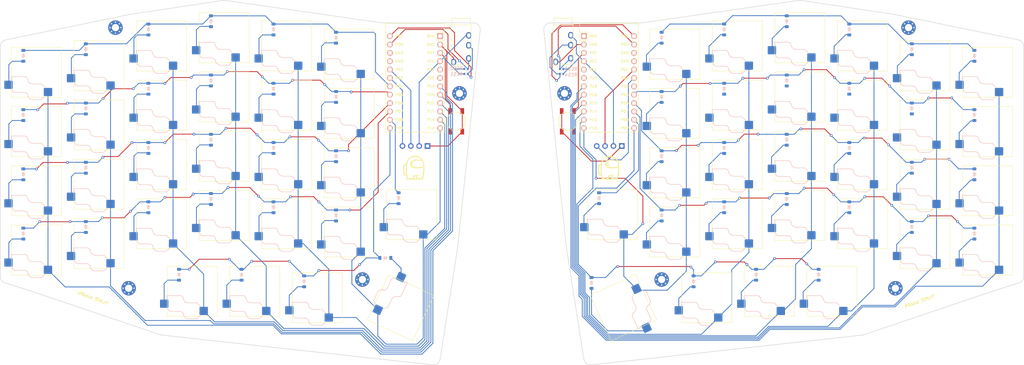
<source format=kicad_pcb>
(kicad_pcb (version 20240108) (generator "pcbnew") (generator_version "8.0")
  (title_block (title "MadoSplit") (rev "v1.0.0") (company "Unknown"))
  (layers (0 "F.Cu" signal) (31 "B.Cu" signal) (34 "B.Paste" user) (35 "F.Paste" user) (36 "B.SilkS" user "B.Silkscreen") (37 "F.SilkS" user "F.Silkscreen") (38 "B.Mask" user) (39 "F.Mask" user) (44 "Edge.Cuts" user))
  (net 0 "")
  (net 1 "P19")
  (net 2 "mod_bot")
  (net 3 "mod_mid")
  (net 4 "mod_top")
  (net 5 "mod_num")
  (net 6 "P18")
  (net 7 "pinky_bot")
  (net 8 "pinky_mid")
  (net 9 "pinky_top")
  (net 10 "pinky_num")
  (net 11 "P15")
  (net 12 "ring_bot")
  (net 13 "ring_mid")
  (net 14 "ring_top")
  (net 15 "ring_num")
  (net 16 "P14")
  (net 17 "middle_bot")
  (net 18 "middle_mid")
  (net 19 "middle_top")
  (net 20 "middle_num")
  (net 21 "P16")
  (net 22 "index_bot")
  (net 23 "index_mid")
  (net 24 "index_top")
  (net 25 "index_num")
  (net 26 "P10")
  (net 27 "inner_bot")
  (net 28 "inner_mid")
  (net 29 "inner_top")
  (net 30 "inner_num")
  (net 31 "reach_reach")
  (net 32 "tucky1_stretch")
  (net 33 "tucky2_stretch")
  (net 34 "tucky3_stretch")
  (net 35 "reachy_stretch")
  (net 36 "mirror_mod_bot")
  (net 37 "mirror_mod_mid")
  (net 38 "mirror_mod_top")
  (net 39 "mirror_mod_num")
  (net 40 "mirror_pinky_bot")
  (net 41 "mirror_pinky_mid")
  (net 42 "mirror_pinky_top")
  (net 43 "mirror_pinky_num")
  (net 44 "mirror_ring_bot")
  (net 45 "mirror_ring_mid")
  (net 46 "mirror_ring_top")
  (net 47 "mirror_ring_num")
  (net 48 "mirror_middle_bot")
  (net 49 "mirror_middle_mid")
  (net 50 "mirror_middle_top")
  (net 51 "mirror_middle_num")
  (net 52 "mirror_index_bot")
  (net 53 "mirror_index_mid")
  (net 54 "mirror_index_top")
  (net 55 "mirror_index_num")
  (net 56 "mirror_inner_bot")
  (net 57 "mirror_inner_mid")
  (net 58 "mirror_inner_top")
  (net 59 "mirror_inner_num")
  (net 60 "mirror_reach_reach")
  (net 61 "mirror_tucky1_stretch")
  (net 62 "mirror_tucky2_stretch")
  (net 63 "mirror_tucky3_stretch")
  (net 64 "mirror_reachy_stretch")
  (net 65 "P7")
  (net 66 "P6")
  (net 67 "P5")
  (net 68 "P4")
  (net 69 "P8")
  (net 70 "P9")
  (net 71 "RAW")
  (net 72 "GND")
  (net 73 "RST")
  (net 74 "VCC")
  (net 75 "P21")
  (net 76 "P20")
  (net 77 "P1")
  (net 78 "P0")
  (net 79 "P2")
  (net 80 "P3")
  (footprint "E73:SW_TACT_ALPS_SKQGABE010" (layer "F.Cu") (at 227.5 60.9 90)
    (property "Reference" "B1" (hide yes))
    (property "Value" "" (hide yes))
  )
  (footprint "ProMicro" (layer "F.Cu") (at 215 49 -90)
    (property "Reference" "MCU1" (hide yes))
    (property "Value" "" (hide yes))
  )
  (footprint "ScottoKeebs_Hotswap:Hotswap_Choc_V1V2_1.00u" (layer "F.Cu") (at 157 53.5 180)
    (property "Reference" "S15" (hide yes))
    (property "Value" "" (hide yes))
  )
  (footprint "ScottoKeebs_Hotswap:Hotswap_Choc_V1V2_1.00u" (layer "F.Cu") (at 100 82 180)
    (property "Reference" "S2" (hide yes))
    (property "Value" "" (hide yes))
  )
  (footprint "ScottoKeebs_Hotswap:Hotswap_Choc_V1V2_1.00u" (layer "F.Cu") (at 157 35.5 180)
    (property "Reference" "S16" (hide yes))
    (property "Value" "" (hide yes))
  )
  (footprint "ScottoKeebs_Hotswap:Hotswap_Choc_V1V2_1.00u" (layer "F.Cu") (at 138 38 180)
    (property "Reference" "S12" (hide yes))
    (property "Value" "" (hide yes))
  )
  (footprint "ScottoKeebs_Hotswap:Hotswap_Choc_V1V2_1.00u" (layer "F.Cu") (at 100 46 180)
    (property "Reference" "S4" (hide yes))
    (property "Value" "" (hide yes))
  )
  (footprint "ScottoKeebs_Hotswap:Hotswap_Choc_V1V2_1.00u" (layer "F.Cu") (at 119 44 180)
    (property "Reference" "S8" (hide yes))
    (property "Value" "" (hide yes))
  )
  (footprint "ScottoKeebs_Hotswap:Hotswap_Choc_V1V2_1.00u" (layer "F.Cu") (at 176 38 180)
    (property "Reference" "S20" (hide yes))
    (property "Value" "" (hide yes))
  )
  (footprint "ScottoKeebs_Hotswap:Hotswap_Choc_V1V2_1.00u" (layer "F.Cu") (at 166.3 112.5 180)
    (property "Reference" "S27" (hide yes))
    (property "Value" "" (hide yes))
  )
  (footprint "ScottoKeebs_Hotswap:Hotswap_Choc_V1V2_1.00u" (layer "F.Cu") (at 176 74 180)
    (property "Reference" "S18" (hide yes))
    (property "Value" "" (hide yes))
  )
  (footprint "ScottoKeebs_Hotswap:Hotswap_Choc_V1V2_1.00u" (layer "F.Cu") (at 195 94.5 180)
    (property "Reference" "S21" (hide yes))
    (property "Value" "" (hide yes))
  )
  (footprint "ScottoKeebs_Hotswap:Hotswap_Choc_V1V2_1.00u" (layer "F.Cu") (at 341.6 112.5 180)
    (property "Reference" "S55" (hide yes))
    (property "Value" "" (hide yes))
  )
  (footprint "ScottoKeebs_Hotswap:Hotswap_Choc_V1V2_1.00u" (layer "F.Cu") (at 350.9 56 180)
    (property "Reference" "S40" (hide yes))
    (property "Value" "" (hide yes))
  )
  (footprint "ProMicro" (layer "F.Cu") (at 273.9 49 -90)
    (property "Reference" "MCU1" (hide yes))
    (property "Value" "" (hide yes))
  )
  (footprint "ScottoKeebs_Hotswap:Hotswap_Choc_V1V2_1.00u" (layer "F.Cu") (at 274.9 89.25 180)
    (property "Reference" "S54" (hide yes))
    (property "Value" "" (hide yes))
  )
  (footprint "Graphics:Crewmate" (layer "F.Cu") (at 214.6 75)
    (property "Reference" "G***" (hide yes))
    (property "Value" "LOGO" (hide yes))
  )
  (footprint "ScottoKeebs_Hotswap:Hotswap_Choc_V1V2_1.00u" (layer "F.Cu") (at 195 40.5 180)
    (property "Reference" "S24" (hide yes))
    (property "Value" "" (hide yes))
  )
  (footprint "ScottoKeebs_Hotswap:Hotswap_Choc_V1V2_1.00u" (layer "F.Cu") (at 312.9 56 180)
    (property "Reference" "S48" (hide yes))
    (property "Value" "" (hide yes))
  )
  (footprint "E73:SW_TACT_ALPS_SKQGABE010" (layer "F.Cu") (at 261.4 60.9 -90)
    (property "Reference" "B1" (hide yes))
    (property "Value" "" (hide yes))
  )
  (footprint "ScottoKeebs_Hotswap:Hotswap_Choc_V1V2_1.00u" (layer "F.Cu") (at 331.9 71.5 180)
    (property "Reference" "S43" (hide yes))
    (property "Value" "" (hide yes))
  )
  (footprint "Graphics:Crewmate" (layer "F.Cu") (at 273.8 75)
    (property "Reference" "G***" (hide yes))
    (property "Value" "LOGO" (hide yes))
  )
  (footprint "MountingHole_2.2mm_M2_Pad_Via" (layer "F.Cu") (at 260.4 52.4)
    (property "Reference" "_4" (hide yes))
    (property "Value" "" (hide yes))
  )
  (footprint "MountingHole_2.2mm_M2_Pad_Via" (layer "F.Cu") (at 360.9 111.6)
    (property "Reference" "_2" (hide yes))
    (property "Value" "" (hide yes))
  )
  (footprint "ScottoKeebs_Hotswap:Hotswap_Choc_V1V2_1.00u" (layer "F.Cu") (at 350.9 92 180)
    (property "Reference" "S38" (hide yes))
    (property "Value" "" (hide yes))
  )
  (footprint "ScottoKeebs_Hotswap:Hotswap_Choc_V1V2_1.00u" (layer "F.Cu") (at 138 74 180)
    (property "Reference" "S10" (hide yes))
    (property "Value" "" (hide yes))
  )
  (footprint "ScottoKeebs_Hotswap:Hotswap_Choc_V1V2_1.00u" (layer "F.Cu") (at 388.9 82 180)
    (property "Reference" "S31" (hide yes))
    (property "Value" "" (hide yes))
  )
  (footprint "ScottoKeebs_Hotswap:Hotswap_Choc_V1V2_1.00u" (layer "F.Cu") (at 369.9 98 180)
    (property "Reference" "S34" (hide yes))
    (property "Value" "" (hide yes))
  )
  (footprint "ScottoKeebs_Hotswap:Hotswap_Choc_V1V2_1.00u" (layer "F.Cu") (at 195 58.5 180)
    (property "Reference" "S23" (hide yes))
    (property "Value" "" (hide yes))
  )
  (footprint "ScottoKeebs_Hotswap:Hotswap_Choc_V1V2_1.00u" (layer "F.Cu") (at 214 89.25 180)
    (property "Reference" "S25" (hide yes))
    (property "Value" "" (hide yes))
  )
  (footprint "ScottoKeebs_Hotswap:Hotswap_Choc_V1V2_1.00u" (layer "F.Cu") (at 157 71.5 180)
    (property "Reference" "S14" (hide yes))
    (property "Value" "" (hide yes))
  )
  (footprint "MountingHole_2.2mm_M2_Pad_Via" (layer "F.Cu") (at 124 32.44)
    (property "Reference" "_1" (hide yes))
    (property "Value" "" (hide yes))
  )
  (footprint "ScottoKeebs_Components:TRRS_PJ-320A" (layer "F.Cu") (at 260 31.55)
    (property "Reference" "TRRS2" (hide yes))
    (property "Value" "TRRS_PJ-320A" (hide yes))
  )
  (footprint "ScottoKeebs_Hotswap:Hotswap_Choc_V1V2_1.00u" (layer "F.Cu") (at 100 64 180)
    (property "Reference" "S3" (hide yes))
    (property "Value" "" (hide yes))
  )
  (footprint "ScottoKeebs_Components:OLED_128x32" (layer "F.Cu") (at 267.999995 70 90)
    (property "Reference" "OLED1" (hide yes))
    (property "Value" "OLED" (hide yes))
  )
  (footprint "ScottoKeebs_Hotswap:Hotswap_Choc_V1V2_1.00u" (layer "F.Cu") (at 312.9 92 180)
    (property "Reference" "S46" (hide yes))
    (property "Value" "" (hide yes))
  )
  (footprint "ScottoKeebs_Hotswap:Hotswap_Choc_V1V2_1.00u" (layer "F.Cu") (at 293.9 76.5 180)
    (property "Reference" "S51" (hide yes))
    (property "Value" "" (hide yes))
  )
  (footprint "ScottoKeebs_Hotswap:Hotswap_Choc_V1V2_1.00u" (layer "F.Cu") (at 303.6 114.5 180)
    (property "Reference" "S57" (hide yes))
    (property "Value" "" (hide yes))
  )
  (footprint "ScottoKeebs_Hotswap:Hotswap_Choc_V1V2_1.00u" (layer "F.Cu") (at 312.9 38 180)
    (property "Reference" "S49" (hide yes))
    (property "Value" "" (hide yes))
  )
  (footprint "ScottoKeebs_Hotswap:Hotswap_Choc_V1V2_1.00u" (layer "F.Cu") (at 195 76.5 180)
    (property "Reference" "S22" (hide yes))
    (property "Value" "" (hide yes))
  )
  (footprint "MountingHole_2.2mm_M2_Pad_Via" (layer "F.Cu") (at 289.9 108.95)
    (property "Reference" "_3" (hide yes))
    (property "Value" "" (hide yes))
  )
  (footprint "ScottoKeebs_Hotswap:Hotswap_Choc_V1V2_1.00u" (layer "F.Cu") (at 293.9 40.5 180)
    (property "Reference" "S53" (hide yes))
    (property "Value" "" (hide yes))
  )
  (footprint "ScottoKeebs_Hotswap:Hotswap_Choc_V1V2_1.00u" (layer "F.Cu") (at 331.9 35.5 180)
    (property "Reference" "S45" (hide yes))
    (property "Value" "" (hide yes))
  )
  (footprint "ScottoKeebs_Hotswap:Hotswap_Choc_V1V2_1.00u" (layer "F.Cu") (at 119 80 180)
    (property "Reference" "S6" (hide yes))
    (property "Value" "" (hide yes))
  )
  (footprint "ScottoKeebs_Hotswap:Hotswap_Choc_V1V2_1.00u" (layer "F.Cu") (at 185.3 114.5 180)
    (property "Reference" "S28" (hide yes))
    (property "Value" "" (hide yes))
  )
  (footprint "ScottoKeebs_Hotswap:Hotswap_Choc_V1V2_1.00u" (layer "F.Cu") (at 138 92 180)
    (property "Reference" "S9" (hide yes))
    (property "Value" "" (hide yes))
  )
  (footprint "Graphics:MadoSplit" (layer "F.Cu") (at 122.783681 118.915493 -20)
    (property "Reference" "G***" (hide yes))
    (property "Value" "LOGO" (hide yes))
  )
  (footprint "ScottoKeebs_Hotswap:Hotswap_Choc_V1V2_1.50u" (layer "F.Cu") (at 278.3 117.5 -65)
    (property "Reference" "S58" (hide yes))
    (property "Value" "" (hide yes))
  )
  (footprint "ScottoKeebs_Hotswap:Hotswap_Choc_V1V2_1.00u" (layer "F.Cu") (at 176 92 180)
    (property "Reference" "S17" (hide yes))
    (property "Value" "" (hide yes))
  )
  (footprint "ScottoKeebs_Hotswap:Hotswap_Choc_V1V2_1.00u" (layer "F.Cu") (at 369.9 80 180)
    (property "Reference" "S35" (hide yes))
    (property "Value" "" (hide yes))
  )
  (footprint "ScottoKeebs_Hotswap:Hotswap_Choc_V1V2_1.00u" (layer "F.Cu") (at 369.9 44 180)
    (property "Reference" "S37" (hide yes))
    (property "Value" "" (hide yes))
  )
  (footprint "ScottoKeebs_Hotswap:Hotswap_Choc_V1V2_1.00u" (layer "F.Cu") (at 322.6 112.5 180)
    (property "Reference" "S56" (hide yes))
    (property "Value" "" (hide yes))
  )
  (footprint "ScottoKeebs_Hotswap:Hotswap_Choc_V1V2_1.00u" (layer "F.Cu") (at 176 56 180)
    (property "Reference" "S19" (hide yes))
    (property "Value" "" (hide yes))
  )
  (footprint "ScottoKeebs_Hotswap:Hotswap_Choc_V1V2_1.00u" (layer "F.Cu") (at 293.9 58.5 180)
    (property "Reference" "S52" (hide yes))
    (property "Value" "" (hide yes))
  )
  (footprint "ScottoKeebs_Hotswap:Hotswap_Choc_V1V2_1.00u" (layer "F.Cu") (at 119 62 180)
    (property "Reference" "S7" (hide yes))
    (property "Value" "" (hide yes))
  )
  (footprint "ScottoKeebs_Hotswap:Hotswap_Choc_V1V2_1.00u" (layer "F.Cu") (at 119 98 180)
    (property "Reference" "S5" (hide yes))
    (property "Value" "" (hide yes))
  )
  (footprint "ScottoKeebs_Hotswap:Hotswap_Choc_V1V2_1.50u" (layer "F.Cu") (at 210.6 117.5 65)
    (property "Reference" "S29" (hide yes))
    (property "Value" "" (hide yes))
  )
  (footprint "MountingHole_2.2mm_M2_Pad_Via" (layer "F.Cu") (at 228.5 52.4)
    (property "Reference" "_4" (hide yes))
    (property "Value" "" (hide yes))
  )
  (footprint "ScottoKeebs_Hotswap:Hotswap_Choc_V1V2_1.00u" (layer "F.Cu") (at 388.9 100 180)
    (property "Reference" "S30" (hide yes))
    (property "Value" "" (hide yes))
  )
  (footprint "MountingHole_2.2mm_M2_Pad_Via" (layer "F.Cu") (at 364.9 32.44)
    (property "Reference" "_1" (hide yes))
    (property "Value" "" (hide yes))
  )
  (footprint "ScottoKeebs_Hotswap:Hotswap_Choc_V1V2_1.00u" (layer "F.Cu") (at 157 89.5 180)
    (property "Reference" "S13" (hide yes))
    (property "Value" "" (hide yes))
  )
  (footprint "ScottoKeebs_Hotswap:Hotswap_Choc_V1V2_1.00u" (layer "F.Cu") (at 388.9 46 180)
    (property "Reference" "S33" (hide yes))
    (property "Value" "" (hide yes))
  )
  (footprint "ScottoKeebs_Hotswap:Hotswap_Choc_V1V2_1.00u" (layer "F.Cu") (at 331.9 89.5 180)
    (property "Reference" "S42" (hide yes))
    (property "Value" "" (hide yes))
  )
  (footprint "ScottoKeebs_Hotswap:Hotswap_Choc_V1V2_1.00u" (layer "F.Cu") (at 138 56 180)
    (property "Reference" "S11" (hide yes))
    (property "Value" "" (hide yes))
  )
  (footprint "ScottoKeebs_Components:TRRS_PJ-320A" (layer "F.Cu") (at 229 31.6)
    (property "Reference" "TRRS1" (hide yes))
    (property "Value" "TRRS_PJ-320A" (hide yes))
  )
  (footprint "ScottoKeebs_Hotswap:Hotswap_Choc_V1V2_1.00u" (layer "F.Cu") (at 369.9 62 180)
    (property "Reference" "S36" (hide yes))
    (property "Value" "" (hide yes))
  )
  (footprint "ScottoKeebs_Components:OLED_128x32" (layer "F.Cu") (at 209 70 90)
    (property "Reference" "OLED1" (hide yes))
    (property "Value" "OLED" (hide yes))
  )
  (footprint "ScottoKeebs_Hotswap:Hotswap_Choc_V1V2_1.00u" (layer "F.Cu") (at 147.3 112.5 180)
    (property "Reference" "S26" (hide yes))
    (property "Value" "" (hide yes))
  )
  (footprint "MountingHole_2.2mm_M2_Pad_Via" (layer "F.Cu") (at 128 111.6)
    (property "Reference" "_2" (hide yes))
    (property "Value" "" (hide yes))
  )
  (footprint "ScottoKeebs_Hotswap:Hotswap_Choc_V1V2_1.00u" (layer "F.Cu") (at 350.9 38 180)
    (property "Reference" "S41" (hide yes))
    (property "Value" "" (hide yes))
  )
  (footprint "ScottoKeebs_Hotswap:Hotswap_Choc_V1V2_1.00u" (layer "F.Cu") (at 350.9 74 180)
    (property "Reference" "S39" (hide yes))
    (property "Value" "" (hide yes))
  )
  (footprint "ScottoKeebs_Hotswap:Hotswap_Choc_V1V2_1.00u" (layer "F.Cu") (at 331.9 53.5 180)
    (property "Reference" "S44" (hide yes))
    (property "Value" "" (hide yes))
  )
  (footprint "ScottoKeebs_Hotswap:Hotswap_Choc_V1V2_1.00u" (layer "F.Cu") (at 312.9 74 180)
    (property "Reference" "S47" (hide yes))
    (property "Value" "" (hide yes))
  )
  (footprint "ScottoKeebs_Hotswap:Hotswap_Choc_V1V2_1.00u" (layer "F.Cu") (at 293.9 94.5 180)
    (property "Reference" "S50" (hide yes))
    (property "Value" "" (hide yes))
  )
  (footprint "Graphics:MadoSplit" (layer "F.Cu") (at 375.299815 115.257277 20)
    (property "Reference" "G***" (hide yes))
    (property "Value" "LOGO" (hide yes))
  )
  (footprint "ScottoKeebs_Hotswap:Hotswap_Choc_V1V2_1.00u" (layer "F.Cu") (at 388.9 64 180)
    (property "Reference" "S32" (hide yes))
    (property "Value" "" (hide yes))
  )
  (footprint "ScottoKeebs_Hotswap:Hotswap_Choc_V1V2_1.00u" (layer "F.Cu") (at 100 100 180)
    (property "Reference" "S1" (hide yes))
    (property "Value" "" (hide yes))
  )
  (footprint "MountingHole_2.2mm_M2_Pad_Via" (layer "F.Cu") (at 199 108.95)
    (property "Reference" "_3" (hide yes))
    (property "Value" "" (hide yes))
  )
  (footprint "ScottoKeebs_Components:Diode_SOD-123" (layer "B.Cu") (at 153 84.5 -90)
    (property "Reference" "D13" (hide yes))
    (property "Value" "" (hide yes))
  )
  (footprint "ScottoKeebs_Components:Diode_SOD-123" (layer "B.Cu") (at 172 33 -90)
    (property "Reference" "D20" (hide yes))
    (property "Value" "" (hide yes))
  )
  (footprint "ScottoKeebs_Components:Diode_SOD-123" (layer "B.Cu") (at 346.9 69 -90)
    (property "Reference" "D39" (hide yes))
    (property "Value" "" (hide yes))
  )
  (footprint "ScottoKeebs_Components:Diode_SOD-123" (layer "B.Cu") (at 384.9 77 -90)
    (property "Reference" "D31" (hide yes))
    (property "Value" "" (hide yes))
  )
  (footprint "ScottoKeebs_Components:Diode_SOD-123" (layer "B.Cu") (at 153 48.5 -90)
    (property "Reference" "D15" (hide yes))
    (property "Value" "" (hide yes))
  )
  (footprint "ScottoKeebs_Components:Diode_SOD-123" (layer "B.Cu") (at 289.9 53.5 -90)
    (property "Reference" "D52" (hide yes))
    (property "Value" "" (hide yes))
  )
  (footprint "ScottoKeebs_Components:Diode_SOD-123" (layer "B.Cu") (at 308.9 69 -90)
    (property "Reference" "D47" (hide yes))
    (property "Value" "" (hide yes))
  )
  (footprint "ScottoKeebs_Components:Diode_SOD-123" (layer "B.Cu") (at 172 87 -90)
    (property "Reference" "D17" (hide yes))
    (property "Value" "" (hide yes))
  )
  (footprint "ScottoKeebs_Components:Diode_SOD-123" (layer "B.Cu") (at 289.9 71.5 -90)
    (property "Reference" "D51" (hide yes))
    (property "Value" "" (hide yes))
  )
  (footprint "ScottoKeebs_Components:Diode_SOD-123" (layer "B.Cu") (at 96 95 -90)
    (property "Reference" "D1" (hide yes))
    (property "Value" "" (hide yes))
  )
  (footprint "ScottoKeebs_Components:Diode_SOD-123" (layer "B.Cu") (at 134 87 -90)
    (property "Reference" "D9" (hide yes))
    (property "Value" "" (hide yes))
  )
  (footprint "ScottoKeebs_Components:Diode_SOD-123" (layer "B.Cu") (at 384.9 59 -90)
    (property "Reference" "D32" (hide yes))
    (property "Value" "" (hide yes))
  )
  (footprint "ScottoKeebs_Components:Diode_SOD-123" (layer "B.Cu") (at 115 75 -90)
    (property "Reference" "D6" (hide yes))
    (property "Value" "" (hide yes))
  )
  (footprint "ScottoKeebs_Components:Diode_SOD-123" (layer "B.Cu") (at 96 41 -90)
    (property "Reference" "D4" (hide yes))
    (property "Value" "" (hide yes))
  )
  (footprint "ScottoKeebs_Components:Diode_SOD-123" (layer "B.Cu") (at 191 35.5 -90)
    (property "Reference" "D24" (hide yes))
    (property "Value" "" (hide yes))
  )
  (footprint "ScottoKeebs_Components:Diode_SOD-123" (layer "B.Cu") (at 327.9 48.5 -90)
    (property "Reference" "D44" (hide yes))
    (property "Value" "" (hide yes))
  )
  (footprint "ScottoKeebs_Components:Diode_SOD-123" (layer "B.Cu") (at 318.6 107.5 -90)
    (property "Reference" "D56" (hide yes))
    (property "Value" "" (hide yes))
  )
  (footprint "ScottoKeebs_Components:Diode_SOD-123" (layer "B.Cu") (at 327.9 30.5 -90)
    (property "Reference" "D45" (hide yes))
    (property "Value" "" (hide yes))
  )
  (footprint "ScottoKeebs_Components:Diode_SOD-123" (layer "B.Cu") (at 134 51 -90)
    (property "Reference" "D11" (hide yes))
    (property "Value" "" (hide yes))
  )
  (footprint "ScottoKeebs_Components:Diode_SOD-123" (layer "B.Cu") (at 365.9 93 -90)
    (property "Reference" "D34" (hide yes))
    (property "Value" "" (hide yes))
  )
  (footprint "ScottoKeebs_Components:Diode_SOD-123" (layer "B.Cu") (at 96 77 -90)
    (property "Reference" "D2" (hide yes))
    (property "Value" "" (hide yes))
  )
  (footprint "Resistor_SMD:R_0402_1005Metric" (layer "B.Cu") (at 259.510002 44.999988)
    (property "Reference" "RES3")
    (property "Value" "R_0402_1005Metric")
  )
  (footprint "ScottoKeebs_Components:Diode_SOD-123" (layer "B.Cu") (at 115 93 -90)
    (property "Reference" "D5" (hide yes))
    (property "Value" "" (hide yes))
  )
  (footprint "Resistor_SMD:R_0402_1005Metric" (layer "B.Cu") (at 230.5 45 180)
    (property "Reference" "RES2")
    (property "Value" "R_0402_1005Metric")
  )
  (footprint "ScottoKeebs_Components:Diode_SOD-123" (layer "B.Cu") (at 365.9 57 -90)
    (property "Reference" "D36" (hide yes))
    (property "Value" "" (hide yes))
  )
  (footprint "ScottoKeebs_Components:Diode_SOD-123" (layer "B.Cu") (at 96 59 -90)
    (property "Reference" "D3" (hide yes))
    (property "Value" "" (hide yes))
  )
  (footprint "ScottoKeebs_Components:Diode_SOD-123" (layer "B.Cu") (at 134 69 -90)
    (property "Reference" "D10" (hide yes))
    (property "Value" "" (hide yes))
  )
  (footprint "ScottoKeebs_Components:Diode_SOD-123" (layer "B.Cu") (at 134 33 -90)
    (property "Reference" "D12" (hide yes))
    (property "Value" "" (hide yes))
  )
  (footprint "ScottoKeebs_Components:Diode_SOD-123" (layer "B.Cu") (at 191 53.5 -90)
    (property "Reference" "D23" (hide yes))
    (property "Value" "" (hide yes))
  )
  (footprint "ScottoKeebs_Components:Diode_SOD-123" (layer "B.Cu") (at 191 71.5 -90)
    (property "Reference" "D22" (hide yes))
    (property "Value" "" (hide yes))
  )
  (footprint "ScottoKeebs_Components:Diode_SOD-123" (layer "B.Cu") (at 210 84.25 -90)
    (property "Reference" "D25" (hide yes))
    (property "Value" "" (hide yes))
  )
  (footprint "ScottoKeebs_Components:Diode_SOD-123" (layer "B.Cu") (at 365.9 75 -90)
    (property "Reference" "D35" (hide yes))
    (property "Value" "" (hide yes))
  )
  (footprint "Resistor_SMD:R_0402_1005Metric" (layer "B.Cu") (at 259.509999 46.500004)
    (property "Reference" "RES4")
    (property "Value" "R_0402_1005Metric")
  )
  (footprint "ScottoKeebs_Components:Diode_SOD-123" (layer "B.Cu") (at 384.9 95 -90)
    (property "Reference" "D30" (hide yes))
    (property "Value" "" (hide yes))
  )
  (footprint "ScottoKeebs_Components:Diode_SOD-123" (layer "B.Cu") (at 115 57 -90)
    (property "Reference" "D7" (hide yes))
    (property "Value" "" (hide yes))
  )
  (footprint "ScottoKeebs_Components:Diode_SOD-123" (layer "B.Cu") (at 289.9 35.5 -90)
    (property "Reference" "D53" (hide yes))
    (property "Value" "" (hide yes))
  )
  (footprint "ScottoKeebs_Components:Diode_SOD-123" (layer "B.Cu") (at 337.6 107.5 -90)
    (property "Reference" "D55" (hide yes))
    (property "Value" "" (hide yes))
  )
  (footprint "ScottoKeebs_Components:Diode_SOD-123" (layer "B.Cu") (at 153 66.5 -90)
    (property "Reference" "D14" (hide yes))
    (property "Value" "" (hide yes))
  )
  (footprint "ScottoKeebs_Components:Diode_SOD-123" (layer "B.Cu") (at 143.3 107.5 -90)
    (property "Reference" "D26" (hide yes))
    (property "Value" "" (hide yes))
  )
  (footprint "ScottoKeebs_Components:Diode_SOD-123" (layer "B.Cu") (at 327.9 84.5 -90)
    (property "Reference" "D42" (hide yes))
    (property "Value" "" (hide yes))
  )
  (footprint "ScottoKeebs_Components:Diode_SOD-123" (layer "B.Cu") (at 346.9 87 -90)
    (property "Reference" "D38" (hide yes))
    (property "Value" "" (hide yes))
  )
  (footprint "ScottoKeebs_Components:Diode_SOD-123" (layer "B.Cu") (at 308.9 51 -90)
    (property "Reference" "D48" (hide yes))
    (property "Value" "" (hide yes))
  )
  (footprint "ScottoKeebs_Components:Diode_SOD-123" (layer "B.Cu") (at 365.9 39 -90)
    (property "Reference" "D37" (hide yes))
    (property "Value" "" (hide yes))
  )
  (footprint "ScottoKeebs_Components:Diode_SOD-123" (layer "B.Cu") (at 162.3 107.5 -90)
    (property "Reference" "D27" (hide yes))
    (property "Value" "" (hide yes))
  )
  (footprint "ScottoKeebs_Components:Diode_SOD-123" (layer "B.Cu") (at 346.9 33 -90)
    (property "Reference" "D41" (hide yes))
    (property "Value" "" (hide yes))
  )
  (footprint "ScottoKeebs_Components:Diode_SOD-123" (layer "B.Cu") (at 172 69 -90)
    (property "Reference" "D18" (hide yes))
    (property "Value" "" (hide yes))
  )
  (footprint "ScottoKeebs_Components:Diode_SOD-123" (layer "B.Cu") (at 299.6 109.5 -90)
    (property "Reference" "D57" (hide yes))
    (property "Value" "" (hide yes))
  )
  (footprint "ScottoKeebs_Components:Diode_SOD-123" (layer "B.Cu") (at 205.98245 102.3959)
    (property "Reference" "D29" (hide yes))
    (property "Value" "" (hide yes))
  )
  (footprint "ScottoKeebs_Components:Diode_SOD-123" (layer "B.Cu") (at 153 30.5 -90)
    (property "Reference" "D16" (hide yes))
    (property "Value" "" (hide yes))
  )
  (footprint "ScottoKeebs_Components:Diode_SOD-123" (layer "B.Cu") (at 308.9 33 -90)
    (property "Reference" "D49" (hide yes))
    (property "Value" "" (hide yes))
  )
  (footprint "ScottoKeebs_Components:Diode_SOD-123" (layer "B.Cu") (at 172 51 -90)
    (property "Reference" "D19" (hide yes))
    (property "Value" "" (hide yes))
  )
  (footprint "ScottoKeebs_Components:Diode_SOD-123" (layer "B.Cu") (at 268.6 110 -90)
    (property "Reference" "D58" (hide yes))
    (property "Value" "" (hide yes))
  )
  (footprint "ScottoKeebs_Components:Diode_SOD-123" (layer "B.Cu") (at 346.9 51 -90)
    (property "Reference" "D40" (hide yes))
    (property "Value" "" (hide yes))
  )
  (footprint "ScottoKeebs_Components:Diode_SOD-123" (layer "B.Cu") (at 115 39 -90)
    (property "Reference" "D8" (hide yes))
    (property "Value" "" (hide yes))
  )
  (footprint "ScottoKeebs_Components:Diode_SOD-123" (layer "B.Cu") (at 270.9 84.25 -90)
    (property "Reference" "D54" (hide yes))
    (property "Value" "" (hide yes))
  )
  (footprint "ScottoKeebs_Components:Diode_SOD-123" (layer "B.Cu") (at 384.9 41 -90)
    (property "Reference" "D33" (hide yes))
    (property "Value" "" (hide yes))
  )
  (footprint "ScottoKeebs_Components:Diode_SOD-123" (layer "B.Cu") (at 308.9 87 -90)
    (property "Reference" "D46" (hide yes))
    (property "Value" "" (hide yes))
  )
  (footprint "ScottoKeebs_Components:Diode_SOD-123" (layer "B.Cu") (at 289.9 89.5 -90)
    (property "Reference" "D50" (hide yes))
    (property "Value" "" (hide yes))
  )
  (footprint "ScottoKeebs_Components:Diode_SOD-123" (layer "B.Cu") (at 181.3 109.5 -90)
    (property "Reference" "D28" (hide yes))
    (property "Value" "" (hide yes))
  )
  (footprint "Resistor_SMD:R_0402_1005Metric" (layer "B.Cu") (at 230.5 46.5 180)
    (property "Reference" "RES1")
    (property "Value" "R_0402_1005Metric")
  )
  (footprint "ScottoKeebs_Components:Diode_SOD-123" (layer "B.Cu") (at 191 89.5 -90)
    (property "Reference" "D21" (hide yes))
    (property "Value" "" (hide yes))
  )
  (footprint "ScottoKeebs_Components:Diode_SOD-123" (layer "B.Cu") (at 327.9 66.5 -90)
    (property "Reference" "D43" (hide yes))
    (property "Value" "" (hide yes))
  )
  (gr_arc (start 205.143015 31) (mid 205.000364 30.994906) (end 204.85844 30.979651) (stroke (width 0.15)) (layer "Edge.Cuts"))
  (gr_arc (start 88.999999 38.131388) (mid 89.450197 36.867223) (end 90.598112 36.172182) (stroke (width 0.15)) (layer "Edge.Cuts"))
  (gr_line (start 98.018204 112.356152) (end 137.59427 125.730476) (stroke (width 0.15)) (layer "Edge.Cuts"))
  (gr_line (start 138.015858 125.823748) (end 220.410896 134.888703) (stroke (width 0.15)) (layer "Edge.Cuts"))
  (gr_line (start 127.949298 28.5104) (end 90.598112 36.172182) (stroke (width 0.15)) (layer "Edge.Cuts"))
  (gr_arc (start 398.301888 36.172183) (mid 399.449802 36.867224) (end 399.9 38.131388) (stroke (width 0.15)) (layer "Edge.Cuts"))
  (gr_arc (start 254.12788 33.205548) (mid 254.632181 31.660429) (end 256.117289 31) (stroke (width 0.15)) (layer "Edge.Cuts"))
  (gr_line (start 284.04156 30.979651) (end 331.607537 24.142042) (stroke (width 0.15)) (layer "Edge.Cuts"))
  (gr_arc (start 156.707874 24.144323) (mid 157.000085 24.121708) (end 157.292463 24.142042) (stroke (width 0.15)) (layer "Edge.Cuts"))
  (gr_line (start 350.884142 125.823748) (end 268.489104 134.888703) (stroke (width 0.15)) (layer "Edge.Cuts"))
  (gr_line (start 398.503783 109.942135) (end 390.918317 112.3442) (stroke (width 0.15)) (layer "Edge.Cuts"))
  (gr_arc (start 268.489104 134.888703) (mid 267.055293 134.489266) (end 266.294451 133.210016) (stroke (width 0.15)) (layer "Edge.Cuts"))
  (gr_arc (start 222.605549 133.210016) (mid 221.844706 134.489266) (end 220.410896 134.888703) (stroke (width 0.15)) (layer "Edge.Cuts"))
  (gr_arc (start 260.908095 98.801709) (mid 260.900679 98.749912) (end 260.894621 98.697939) (stroke (width 0.15)) (layer "Edge.Cuts"))
  (gr_line (start 360.950702 28.5104) (end 398.301888 36.172182) (stroke (width 0.15)) (layer "Edge.Cuts"))
  (gr_arc (start 97.981682 112.3442) (mid 97.999972 112.350089) (end 98.018204 112.356152) (stroke (width 0.15)) (layer "Edge.Cuts"))
  (gr_arc (start 127.949298 28.5104) (mid 128.000117 28.500659) (end 128.051171 28.492236) (stroke (width 0.15)) (layer "Edge.Cuts"))
  (gr_arc (start 90.396217 109.942135) (mid 89.386376 109.217067) (end 89 108.035451) (stroke (width 0.15)) (layer "Edge.Cuts"))
  (gr_line (start 256.117289 31) (end 283.756985 31) (stroke (width 0.15)) (layer "Edge.Cuts"))
  (gr_line (start 89 38.131388) (end 89 108.035451) (stroke (width 0.15)) (layer "Edge.Cuts"))
  (gr_arc (start 232.782711 30.999999) (mid 234.26782 31.660428) (end 234.772121 33.205548) (stroke (width 0.15)) (layer "Edge.Cuts"))
  (gr_arc (start 284.04156 30.979651) (mid 283.899636 30.994906) (end 283.756985 31) (stroke (width 0.15)) (layer "Edge.Cuts"))
  (gr_arc (start 390.881795 112.356152) (mid 390.900027 112.350088) (end 390.918317 112.3442) (stroke (width 0.15)) (layer "Edge.Cuts"))
  (gr_arc (start 228.005379 98.697939) (mid 227.999321 98.749912) (end 227.991905 98.801709) (stroke (width 0.15)) (layer "Edge.Cuts"))
  (gr_arc (start 351.30573 125.730475) (mid 351.09746 125.788522) (end 350.884142 125.823748) (stroke (width 0.15)) (layer "Edge.Cuts"))
  (gr_line (start 332.192126 24.144323) (end 360.848829 28.492236) (stroke (width 0.15)) (layer "Edge.Cuts"))
  (gr_line (start 228.005379 98.697939) (end 234.772121 33.205548) (stroke (width 0.15)) (layer "Edge.Cuts"))
  (gr_line (start 204.85844 30.979651) (end 157.292463 24.142042) (stroke (width 0.15)) (layer "Edge.Cuts"))
  (gr_line (start 260.894621 98.697939) (end 254.127879 33.205548) (stroke (width 0.15)) (layer "Edge.Cuts"))
  (gr_line (start 399.9 38.131388) (end 399.9 108.035451) (stroke (width 0.15)) (layer "Edge.Cuts"))
  (gr_line (start 266.294451 133.210016) (end 260.908095 98.801709) (stroke (width 0.15)) (layer "Edge.Cuts"))
  (gr_arc (start 138.015858 125.823749) (mid 137.802539 125.788523) (end 137.59427 125.730476) (stroke (width 0.15)) (layer "Edge.Cuts"))
  (gr_line (start 232.782711 31) (end 205.143015 31) (stroke (width 0.15)) (layer "Edge.Cuts"))
  (gr_arc (start 399.899999 108.035451) (mid 399.513623 109.217067) (end 398.503783 109.942135) (stroke (width 0.15)) (layer "Edge.Cuts"))
  (gr_line (start 90.396217 109.942135) (end 97.981683 112.3442) (stroke (width 0.15)) (layer "Edge.Cuts"))
  (gr_arc (start 331.607537 24.142042) (mid 331.899915 24.121708) (end 332.192126 24.144323) (stroke (width 0.15)) (layer "Edge.Cuts"))
  (gr_line (start 390.881796 112.356152) (end 351.30573 125.730476) (stroke (width 0.15)) (layer "Edge.Cuts"))
  (gr_arc (start 360.848829 28.492236) (mid 360.899883 28.500659) (end 360.950702 28.5104) (stroke (width 0.15)) (layer "Edge.Cuts"))
  (gr_line (start 156.707874 24.144323) (end 128.051171 28.492236) (stroke (width 0.15)) (layer "Edge.Cuts"))
  (gr_line (start 222.605549 133.210016) (end 227.991905 98.801709) (stroke (width 0.15)) (layer "Edge.Cuts"))
  (segment (start 103.5 106) (end 103.5 88) (width 0.25) (layer "B.Cu") (net 1))
  (segment (start 103.5 88) (end 103.5 70) (width 0.25) (layer "B.Cu") (net 1))
  (segment (start 322.772792 124.1) (end 319.472792 127.4) (width 0.25) (layer "B.Cu") (net 1))
  (segment (start 262.35 56.103604) (end 264.2 54.253604) (width 0.25) (layer "B.Cu") (net 1))
  (segment (start 133.731802 122.85) (end 171.813604 122.85) (width 0.25) (layer "B.Cu") (net 1))
  (segment (start 220.4 128.318198) (end 220.4 100.218198) (width 0.25) (layer "B.Cu") (net 1))
  (segment (start 204.6 131.6) (end 217.118198 131.6) (width 0.25) (layer "B.Cu") (net 1))
  (segment (start 264.2 52.35) (end 266.28 50.27) (width 0.25) (layer "B.Cu") (net 1))
  (segment (start 392.4 106) (end 392.4 88) (width 0.25) (layer "B.Cu") (net 1))
  (segment (start 360.786396 117.25) (end 350.95 117.25) (width 0.25) (layer "B.Cu") (net 1))
  (segment (start 220.4 100.218198) (end 226.4 94.218198) (width 0.25) (layer "B.Cu") (net 1))
  (segment (start 392.4 106) (end 387.4 111) (width 0.25) (layer "B.Cu") (net 1))
  (segment (start 319.472792 127.4) (end 273.054416 127.4) (width 0.25) (layer "B.Cu") (net 1))
  (segment (start 265.8 115) (end 264.8 114) (width 0.25) (layer "B.Cu") (net 1))
  (segment (start 226.4 55.6) (end 224.6 53.8) (width 0.25) (layer "B.Cu") (net 1))
  (segment (start 265.8 120.145584) (end 265.8 115) (width 0.25) (layer "B.Cu") (net 1))
  (segment (start 122.081802 111.2) (end 133.731802 122.85) (width 0.25) (layer "B.Cu") (net 1))
  (segment (start 108.7 111.2) (end 122.081802 111.2) (width 0.25) (layer "B.Cu") (net 1))
  (segment (start 350.95 117.25) (end 344.1 124.1) (width 0.25) (layer "B.Cu") (net 1))
  (segment (start 103.5 106) (end 108.7 111.2) (width 0.25) (layer "B.Cu") (net 1))
  (segment (start 392.4 70) (end 392.4 52) (width 0.25) (layer "B.Cu") (net 1))
  (segment (start 367.036396 111) (end 360.786396 117.25) (width 0.25) (layer "B.Cu") (net 1))
  (segment (start 224.6 53.8) (end 224.6 52.25) (width 0.25) (layer "B.Cu") (net 1))
  (segment (start 217.118198 131.6) (end 220.4 128.318198) (width 0.25) (layer "B.Cu") (net 1))
  (segment (start 226.4 94.218198) (end 226.4 55.6) (width 0.25) (layer "B.Cu") (net 1))
  (segment (start 273.054416 127.4) (end 265.8 120.145584) (width 0.25) (layer "B.Cu") (net 1))
  (segment (start 264.2 54.253604) (end 264.2 52.35) (width 0.25) (layer "B.Cu") (net 1))
  (segment (start 262.35 105.35) (end 262.35 56.103604) (width 0.25) (layer "B.Cu") (net 1))
  (segment (start 264.8 107.8) (end 262.35 105.35) (width 0.25) (layer "B.Cu") (net 1))
  (segment (start 103.5 70) (end 103.5 52) (width 0.25) (layer "B.Cu") (net 1))
  (segment (start 387.4 111) (end 367.036396 111) (width 0.25) (layer "B.Cu") (net 1))
  (segment (start 171.813604 122.85) (end 174.413604 125.45) (width 0.25) (layer "B.Cu") (net 1))
  (segment (start 264.8 114) (end 264.8 107.8) (width 0.25) (layer "B.Cu") (net 1))
  (segment (start 392.4 88) (end 392.4 70) (width 0.25) (layer "B.Cu") (net 1))
  (segment (start 174.413604 125.45) (end 198.45 125.45) (width 0.25) (layer "B.Cu") (net 1))
  (segment (start 224.6 52.25) (end 222.62 50.27) (width 0.25) (layer "B.Cu") (net 1))
  (segment (start 198.45 125.45) (end 204.6 131.6) (width 0.25) (layer "B.Cu") (net 1))
  (segment (start 344.1 124.1) (end 322.772792 124.1) (width 0.25) (layer "B.Cu") (net 1))
  (segment (start 91.6 103.8) (end 91.6 97.7) (width 0.25) (layer "B.Cu") (net 2))
  (segment (start 92.65 96.65) (end 96.1 96.65) (width 0.25) (layer "B.Cu") (net 2))
  (segment (start 91.6 97.7) (end 92.65 96.65) (width 0.25) (layer "B.Cu") (net 2))
  (segment (start 91.6 85.8) (end 91.6 79.7) (width 0.25) (layer "B.Cu") (net 3))
  (segment (start 91.6 79.7) (end 92.65 78.65) (width 0.25) (layer "B.Cu") (net 3))
  (segment (start 92.65 78.65) (end 96.1 78.65) (width 0.25) (layer "B.Cu") (net 3))
  (segment (start 91.6 61.7) (end 92.65 60.65) (width 0.25) (layer "B.Cu") (net 4))
  (segment (start 92.65 60.65) (end 96.1 60.65) (width 0.25) (layer "B.Cu") (net 4))
  (segment (start 91.6 67.8) (end 91.6 61.7) (width 0.25) (layer "B.Cu") (net 4))
  (segment (start 92.65 42.65) (end 96.1 42.65) (width 0.25) (layer "B.Cu") (net 5))
  (segment (start 91.6 43.7) (end 92.65 42.65) (width 0.25) (layer "B.Cu") (net 5))
  (segment (start 91.6 49.8) (end 91.6 43.7) (width 0.25) (layer "B.Cu") (net 5))
  (segment (start 122.5 50) (end 122.5 68) (width 0.25) (layer "B.Cu") (net 6))
  (segment (start 198.8 125) (end 204.8 131) (width 0.25) (layer "B.Cu") (net 6))
  (segment (start 343.913604 123.65) (end 322.586396 123.65) (width 0.25) (layer "B.Cu") (net 6))
  (segment (start 122.5 86) (end 122.5 104) (width 0.25) (layer "B.Cu") (net 6))
  (segment (start 322.586396 123.65) (end 319.286396 126.95) (width 0.25) (layer "B.Cu") (net 6))
  (segment (start 373.4 104) (end 360.6 116.8) (width 0.25) (layer "B.Cu") (net 6))
  (segment (start 225.8 94) (end 225.8 55.99) (width 0.25) (layer "B.Cu") (net 6))
  (segment (start 262.8 105.095583) (end 262.8 56.29) (width 0.25) (layer "B.Cu") (net 6))
  (segment (start 273.240812 126.95) (end 266.4 120.109188) (width 0.25) (layer "B.Cu") (net 6))
  (segment (start 219.8 100) (end 225.8 94) (width 0.25) (layer "B.Cu") (net 6))
  (segment (start 373.4 50) (end 373.4 68) (width 0.25) (layer "B.Cu") (net 6))
  (segment (start 262.8 56.29) (end 266.28 52.81) (width 0.25) (layer "B.Cu") (net 6))
  (segment (start 219.8 128) (end 219.8 100) (width 0.25) (layer "B.Cu") (net 6))
  (segment (start 172 122.4) (end 174.6 125) (width 0.25) (layer "B.Cu") (net 6))
  (segment (start 373.4 68) (end 373.4 86) (width 0.25) (layer "B.Cu") (net 6))
  (segment (start 360.6 116.8) (end 350.763604 116.8) (width 0.25) (layer "B.Cu") (net 6))
  (segment (start 265.25 107.545583) (end 262.8 105.095583) (width 0.25) (layer "B.Cu") (net 6))
  (segment (start 152.8 121.4) (end 153.8 122.4) (width 0.25) (layer "B.Cu") (net 6))
  (segment (start 122.5 110.9) (end 133 121.4) (width 0.25) (layer "B.Cu") (net 6))
  (segment (start 216.8 131) (end 219.8 128) (width 0.25) (layer "B.Cu") (net 6))
  (segment (start 153.8 122.4) (end 172 122.4) (width 0.25) (layer "B.Cu") (net 6))
  (segment (start 265.25 113.559188) (end 265.25 107.545583) (width 0.25) (layer "B.Cu") (net 6))
  (segment (start 122.5 68) (end 122.5 86) (width 0.25) (layer "B.Cu") (net 6))
  (segment (start 319.286396 126.95) (end 273.240812 126.95) (width 0.25) (layer "B.Cu") (net 6))
  (segment (start 350.763604 116.8) (end 343.913604 123.65) (width 0.25) (layer "B.Cu") (net 6))
  (segment (start 266.4 114.709188) (end 265.25 113.559188) (width 0.25) (layer "B.Cu") (net 6))
  (segment (start 373.4 86) (end 373.4 104) (width 0.25) (layer "B.Cu") (net 6))
  (segment (start 133 121.4) (end 152.8 121.4) (width 0.25) (layer "B.Cu") (net 6))
  (segment (start 266.4 120.109188) (end 266.4 114.709188) (width 0.25) (layer "B.Cu") (net 6))
  (segment (start 204.8 131) (end 216.8 131) (width 0.25) (layer "B.Cu") (net 6))
  (segment (start 174.6 125) (end 198.8 125) (width 0.25) (layer "B.Cu") (net 6))
  (segment (start 122.5 104) (end 122.5 110.9) (width 0.25) (layer "B.Cu") (net 6))
  (segment (start 225.8 55.99) (end 222.62 52.81) (width 0.25) (layer "B.Cu") (net 6))
  (segment (start 110.6 95.7) (end 111.65 94.65) (width 0.25) (layer "B.Cu") (net 7))
  (segment (start 111.65 94.65) (end 115.1 94.65) (width 0.25) (layer "B.Cu") (net 7))
  (segment (start 110.6 101.8) (end 110.6 95.7) (width 0.25) (layer "B.Cu") (net 7))
  (segment (start 110.6 83.8) (end 110.6 77.7) (width 0.25) (layer "B.Cu") (net 8))
  (segment (start 110.6 77.7) (end 111.65 76.65) (width 0.25) (layer "B.Cu") (net 8))
  (segment (start 111.65 76.65) (end 115.1 76.65) (width 0.25) (layer "B.Cu") (net 8))
  (segment (start 110.6 65.8) (end 110.6 59.7) (width 0.25) (layer "B.Cu") (net 9))
  (segment (start 111.65 58.65) (end 115.1 58.65) (width 0.25) (layer "B.Cu") (net 9))
  (segment (start 110.6 59.7) (end 111.65 58.65) (width 0.25) (layer "B.Cu") (net 9))
  (segment (start 110.6 47.8) (end 110.6 41.7) (width 0.25) (layer "B.Cu") (net 10))
  (segment (start 111.65 40.65) (end 115.1 40.65) (width 0.25) (layer "B.Cu") (net 10))
  (segment (start 110.6 41.7) (end 111.65 40.65) (width 0.25) (layer "B.Cu") (net 10))
  (segment (start 263.25 58.38) (end 266.28 55.35) (width 0.25) (layer "B.Cu") (net 11))
  (segment (start 322.4 123.2) (end 319.1 126.5) (width 0.25) (layer "B.Cu") (net 11))
  (segment (start 199 124.4) (end 174.8 124.4) (width 0.25) (layer "B.Cu") (net 11))
  (segment (start 141.5 80) (end 141.5 98) (width 0.25) (layer "B.Cu") (net 11))
  (segment (start 219.2 99.8) (end 219.2 127.8) (width 0.25) (layer "B.Cu") (net 11))
  (segment (start 319.1 126.5) (end 273.427208 126.5) (width 0.25) (layer "B.Cu") (net 11))
  (segment (start 354.4 62) (end 354.4 44) (width 0.25) (layer "B.Cu") (net 11))
  (segment (start 266.95 114.622792) (end 265.7 113.372792) (width 0.25) (layer "B.Cu") (net 11))
  (segment (start 266.95 120.022792) (end 266.95 114.622792) (width 0.25) (layer "B.Cu") (net 11))
  (segment (start 150.8 107.3) (end 141.5 98) (width 0.25) (layer "B.Cu") (net 11))
  (segment (start 354.4 111.6451) (end 354.4 98) (width 0.25) (layer "B.Cu") (net 11))
  (segment (start 205 130.4) (end 199 124.4) (width 0.25) (layer "B.Cu") (net 11))
  (segment (start 154.1 121.8) (end 150.8 118.5) (width 0.25) (layer "B.Cu") (net 11))
  (segment (start 141.5 44) (end 141.5 62) (width 0.25) (layer "B.Cu") (net 11))
  (segment (start 263.25 104.909187) (end 263.25 58.38) (width 0.25) (layer "B.Cu") (net 11))
  (segment (start 172.2 121.8) (end 154.1 121.8) (width 0.25) (layer "B.Cu") (net 11))
  (segment (start 174.8 124.4) (end 172.2 121.8) (width 0.25) (layer "B.Cu") (net 11))
  (segment (start 225.2 93.8) (end 219.2 99.8) (width 0.25) (layer "B.Cu") (net 11))
  (segment (start 345.1 118.5) (end 347.5451 118.5) (width 0.25) (layer "B.Cu") (net 11))
  (segment (start 141.5 62) (end 141.5 80) (width 0.25) (layer "B.Cu") (net 11))
  (segment (start 222.62 55.35) (end 225.2 57.93) (width 0.25) (layer "B.Cu") (net 11))
  (segment (start 216.6 130.4) (end 205 130.4) (width 0.25) (layer "B.Cu") (net 11))
  (segment (start 273.427208 126.5) (end 266.95 120.022792) (width 0.25) (layer "B.Cu") (net 11))
  (segment (start 225.2 57.93) (end 225.2 93.8) (width 0.25) (layer "B.Cu") (net 11))
  (segment (start 340.4 123.2) (end 322.4 123.2) (width 0.25) (layer "B.Cu") (net 11))
  (segment (start 354.4 98) (end 354.4 80) (width 0.25) (layer "B.Cu") (net 11))
  (segment (start 265.7 107.359187) (end 263.25 104.909187) (width 0.25) (layer "B.Cu") (net 11))
  (segment (start 354.4 80) (end 354.4 62) (width 0.25) (layer "B.Cu") (net 11))
  (segment (start 150.8 118.5) (end 150.8 107.3) (width 0.25) (layer "B.Cu") (net 11))
  (segment (start 345.1 118.5) (end 340.4 123.2) (width 0.25) (layer "B.Cu") (net 11))
  (segment (start 265.7 113.372792) (end 265.7 107.359187) (width 0.25) (layer "B.Cu") (net 11))
  (segment (start 354.4 98) (end 354.4 97.8) (width 0.25) (layer "B.Cu") (net 11))
  (segment (start 347.5451 118.5) (end 354.4 111.6451) (width 0.25) (layer "B.Cu") (net 11))
  (segment (start 354.4 97.8) (end 354.8 97.4) (width 0.25) (layer "B.Cu") (net 11))
  (segment (start 219.2 127.8) (end 216.6 130.4) (width 0.25) (layer "B.Cu") (net 11))
  (segment (start 130.65 88.65) (end 134.1 88.65) (width 0.25) (layer "B.Cu") (net 12))
  (segment (start 129.6 95.8) (end 129.6 89.7) (width 0.25) (layer "B.Cu") (net 12))
  (segment (start 129.6 89.7) (end 130.65 88.65) (width 0.25) (layer "B.Cu") (net 12))
  (segment (start 129.6 71.5) (end 130.65 70.45) (width 0.25) (layer "B.Cu") (net 13))
  (segment (start 129.6 77.6) (end 129.6 71.5) (width 0.25) (layer "B.Cu") (net 13))
  (segment (start 130.65 70.45) (end 134.1 70.45) (width 0.25) (layer "B.Cu") (net 13))
  (segment (start 129.6 53.7) (end 130.65 52.65) (width 0.25) (layer "B.Cu") (net 14))
  (segment (start 130.65 52.65) (end 134.1 52.65) (width 0.25) (layer "B.Cu") (net 14))
  (segment (start 129.6 59.8) (end 129.6 53.7) (width 0.25) (layer "B.Cu") (net 14))
  (segment (start 129.6 41.8) (end 129.6 35.7) (width 0.25) (layer "B.Cu") (net 15))
  (segment (start 130.65 34.65) (end 134.1 34.65) (width 0.25) (layer "B.Cu") (net 15))
  (segment (start 129.6 35.7) (end 130.65 34.65) (width 0.25) (layer "B.Cu") (net 15))
  (segment (start 224.6 93.518198) (end 224.6 59.87) (width 0.25) (layer "B.Cu") (net 16))
  (segment (start 318.55 126.05) (end 273.613604 126.05) (width 0.25) (layer "B.Cu") (net 16))
  (segment (start 330.6 114.8) (end 326.9 118.5) (width 0.25) (layer "B.Cu") (net 16))
  (segment (start 266.15 107.172791) (end 263.7 104.722791) (width 0.25) (layer "B.Cu") (net 16))
  (segment (start 335.4 99.6) (end 330.6 104.4) (width 0.25) (layer "B.Cu") (net 16))
  (segment (start 263.7 104.722791) (end 263.7 60.47) (width 0.25) (layer "B.Cu") (net 16))
  (segment (start 218.6 99.518198) (end 224.6 93.518198) (width 0.25) (layer "B.Cu") (net 16))
  (segment (start 273.613604 126.05) (end 267.4 119.836396) (width 0.25) (layer "B.Cu") (net 16))
  (segment (start 169.8 118.5) (end 175.1 123.8) (width 0.25) (layer "B.Cu") (net 16))
  (segment (start 330.6 104.4) (end 330.6 114.8) (width 0.25) (layer "B.Cu") (net 16))
  (segment (start 160.5 95.5) (end 160.5 77.5) (width 0.25) (layer "B.Cu") (net 16))
  (segment (start 335.4 95.5) (end 335.4 99.6) (width 0.25) (layer "B.Cu") (net 16))
  (segment (start 169.8 118.5) (end 169.8 104.8) (width 0.25) (layer "B.Cu") (net 16))
  (segment (start 326.9 118.5) (end 326.1 118.5) (width 0.25) (layer "B.Cu") (net 16))
  (segment (start 160.5 59.5) (end 160.5 41.5) (width 0.25) (layer "B.Cu") (net 16))
  (segment (start 267.4 114.436396) (end 266.15 113.186396) (width 0.25) (layer "B.Cu") (net 16))
  (segment (start 218.6 127.6) (end 218.6 99.518198) (width 0.25) (layer "B.Cu") (net 16))
  (segment (start 169.8 104.8) (end 160.5 95.5) (width 0.25) (layer "B.Cu") (net 16))
  (segment (start 263.7 60.47) (end 266.28 57.89) (width 0.25) (layer "B.Cu") (net 16))
  (segment (start 160.5 77.5) (end 160.5 59.5) (width 0.25) (layer "B.Cu") (net 16))
  (segment (start 326.1 118.5) (end 318.55 126.05) (width 0.25) (layer "B.Cu") (net 16))
  (segment (start 205.4 129.8) (end 216.4 129.8) (width 0.25) (layer "B.Cu") (net 16))
  (segment (start 335.4 59.5) (end 335.4 77.5) (width 0.25) (layer "B.Cu") (net 16))
  (segment (start 216.4 129.8) (end 218.6 127.6) (width 0.25) (layer "B.Cu") (net 16))
  (segment (start 224.6 59.87) (end 222.62 57.89) (width 0.25) (layer "B.Cu") (net 16))
  (segment (start 267.4 119.836396) (end 267.4 114.436396) (width 0.25) (layer "B.Cu") (net 16))
  (segment (start 335.4 41.5) (end 335.4 59.5) (width 0.25) (layer "B.Cu") (net 16))
  (segment (start 199.4 123.8) (end 205.4 129.8) (width 0.25) (layer "B.Cu") (net 16))
  (segment (start 266.15 113.186396) (end 266.15 107.172791) (width 0.25) (layer "B.Cu") (net 16))
  (segment (start 175.1 123.8) (end 199.4 123.8) (width 0.25) (layer "B.Cu") (net 16))
  (segment (start 335.4 77.5) (end 335.4 95.5) (width 0.25) (layer "B.Cu") (net 16))
  (segment (start 148.6 93.2) (end 148.6 87.1) (width 0.25) (layer "B.Cu") (net 17))
  (segment (start 149.65 86.05) (end 153.1 86.05) (width 0.25) (layer "B.Cu") (net 17))
  (segment (start 148.6 87.1) (end 149.65 86.05) (width 0.25) (layer "B.Cu") (net 17))
  (segment (start 148.6 69.1) (end 149.65 68.05) (width 0.25) (layer "B.Cu") (net 18))
  (segment (start 149.65 68.05) (end 153.1 68.05) (width 0.25) (layer "B.Cu") (net 18))
  (segment (start 148.6 75.2) (end 148.6 69.1) (width 0.25) (layer "B.Cu") (net 18))
  (segment (start 149.65 50.05) (end 153.1 50.05) (width 0.25) (layer "B.Cu") (net 19))
  (segment (start 148.6 57.2) (end 148.6 51.1) (width 0.25) (layer "B.Cu") (net 19))
  (segment (start 148.6 51.1) (end 149.65 50.05) (width 0.25) (layer "B.Cu") (net 19))
  (segment (start 148.6 33.1) (end 149.65 32.05) (width 0.25) (layer "B.Cu") (net 20))
  (segment (start 148.6 39.2) (end 148.6 33.1) (width 0.25) (layer "B.Cu") (net 20))
  (segment (start 149.65 32.05) (end 153.1 32.05) (width 0.25) (layer "B.Cu") (net 20))
  (segment (start 197.1 120.5) (end 205.8 129.2) (width 0.25) (layer "B.Cu") (net 21))
  (segment (start 316.4 80) (end 316.4 98) (width 0.25) (layer "B.Cu") (net 21))
  (segment (start 269 81.2) (end 269 72.4) (width 0.25) (layer "B.Cu") (net 21))
  (segment (start 224 93.4) (end 224 61.81) (width 0.25) (layer "B.Cu") (net 21))
  (segment (start 266.6 106.986395) (end 264.15 104.536395) (width 0.25) (layer "B.Cu") (net 21))
  (segment (start 205.8 129.2) (end 216 129.2) (width 0.25) (layer "B.Cu") (net 21))
  (segment (start 179.5 80) (end 179.5 98) (width 0.25) (layer "B.Cu") (net 21))
  (segment (start 307.1 120.5) (end 311.2 116.4) (width 0.25) (layer "B.Cu") (net 21))
  (segment (start 218 99.4) (end 224 93.4) (width 0.25) (layer "B.Cu") (net 21))
  (segment (start 188.8 105.8) (end 188.8 120.5) (width 0.25) (layer "B.Cu") (net 21))
  (segment (start 265.0787 61.6313) (end 266.28 60.43) (width 0.25) (layer "B.Cu") (net 21))
  (segment (start 273.8 125.6) (end 268 119.8) (width 0.25) (layer "B.Cu") (net 21))
  (segment (start 224 61.81) (end 222.62 60.43) (width 0.25) (layer "B.Cu") (net 21))
  (segment (start 264.15 86.05) (end 269 81.2) (width 0.25) (layer "B.Cu") (net 21))
  (segment (start 179.5 62) (end 179.5 80) (width 0.25) (layer "B.Cu") (net 21))
  (segment (start 307.1 120.5) (end 302 125.6) (width 0.25) (layer "B.Cu") (net 21))
  (segment (start 264.15 104.536395) (end 264.15 86.05) (width 0.25) (layer "B.Cu") (net 21))
  (segment (start 316.4 100.8) (end 316.4 98) (width 0.25) (layer "B.Cu") (net 21))
  (segment (start 302 125.6) (end 273.8 125.6) (width 0.25) (layer "B.Cu") (net 21))
  (segment (start 218 127.2) (end 218 99.4) (width 0.25) (layer "B.Cu") (net 21))
  (segment (start 311.2 106) (end 316.4 100.8) (width 0.25) (layer "B.Cu") (net 21))
  (segment (start 311.2 116.4) (end 311.2 106) (width 0.25) (layer "B.Cu") (net 21))
  (segment (start 179.5 44) (end 179.5 62) (width 0.25) (layer "B.Cu") (net 21))
  (segment (start 265.0787 68.4787) (end 265.0787 61.6313) (width 0.25) (layer "B.Cu") (net 21))
  (segment (start 268 114.4) (end 266.6 113) (width 0.25) (layer "B.Cu") (net 21))
  (segment (start 179.5 98) (end 181 98) (width 0.25) (layer "B.Cu") (net 21))
  (segment (start 188.8 120.5) (end 197.1 120.5) (width 0.25) (layer "B.Cu") (net 21))
  (segment (start 266.6 113) (end 266.6 106.986395) (width 0.25) (layer "B.Cu") (net 21))
  (segment (start 216 129.2) (end 218 127.2) (width 0.25) (layer "B.Cu") (net 21))
  (segment (start 181 98) (end 188.8 105.8) (width 0.25) (layer "B.Cu") (net 21))
  (segment (start 316.4 62) (end 316.4 80) (width 0.25) (layer "B.Cu") (net 21))
  (segment (start 268 119.8) (end 268 114.4) (width 0.25) (layer "B.Cu") (net 21))
  (segment (start 269 72.4) (end 265.0787 68.4787) (width 0.25) (layer "B.Cu") (net 21))
  (segment (start 316.4 44) (end 316.4 62) (width 0.25) (layer "B.Cu") (net 21))
  (segment (start 167.6 95.8) (end 167.6 89.7) (width 0.25) (layer "B.Cu") (net 22))
  (segment (start 168.65 88.65) (end 172.1 88.65) (width 0.25) (layer "B.Cu") (net 22))
  (segment (start 167.6 89.7) (end 168.65 88.65) (width 0.25) (layer "B.Cu") (net 22))
  (segment (start 168.65 70.45) (end 172.1 70.45) (width 0.25) (layer "B.Cu") (net 23))
  (segment (start 167.6 77.6) (end 167.6 71.5) (width 0.25) (layer "B.Cu") (net 23))
  (segment (start 167.6 71.5) (end 168.65 70.45) (width 0.25) (layer "B.Cu") (net 23))
  (segment (start 168.65 52.65) (end 172.1 52.65) (width 0.25) (layer "B.Cu") (net 24))
  (segment (start 167.6 53.7) (end 168.65 52.65) (width 0.25) (layer "B.Cu") (net 24))
  (segment (start 167.6 59.8) (end 167.6 53.7) (width 0.25) (layer "B.Cu") (net 24))
  (segment (start 168.65 34.65) (end 172.1 34.65) (width 0.25) (layer "B.Cu") (net 25))
  (segment (start 167.6 35.7) (end 168.65 34.65) (width 0.25) (layer "B.Cu") (net 25))
  (segment (start 167.6 41.8) (end 167.6 35.7) (width 0.25) (layer "B.Cu") (net 25))
  (segment (start 270 78.2) (end 278.8 78.2) (width 0.25) (layer "F.Cu") (net 26))
  (segment (start 284.2 83.6) (end 284.2 92) (width 0.25) (layer "F.Cu") (net 26))
  (segment (start 278.8 78.2) (end 284.2 83.6) (width 0.25) (layer "F.Cu") (net 26))
  (via (at 284.2 92) (size 0.8) (drill 0.4) (layers "F.Cu" "B.Cu") (net 26))
  (via (at 270 78.2) (size 0.8) (drill 0.4) (layers "F.Cu" "B.Cu") (net 26))
  (segment (start 297.4 106.4) (end 291.6 112.2) (width 0.25) (layer "B.Cu") (net 26))
  (segment (start 198.5 82.5) (end 198.5 100.5) (width 0.25) (layer "B.Cu") (net 26))
  (segment (start 217.5 95.25) (end 218.775 95.25) (width 0.25) (layer "B.Cu") (net 26))
  (segment (start 297.4 100.5) (end 297.4 106.4) (width 0.25) (layer "B.Cu") (net 26))
  (segment (start 270 72.6) (end 266.28 68.88) (width 0.25) (layer "B.Cu") (net 26))
  (segment (start 198.5 100.5) (end 195.8 103.2) (width 0.25) (layer "B.Cu") (net 26))
  (segment (start 198.5 46.5) (end 198.5 64.5) (width 0.25) (layer "B.Cu") (net 26))
  (segment (start 195.8 103.2) (end 195.8 110.253379) (width 0.25) (layer "B.Cu") (net 26))
  (segment (start 297.4 46.5) (end 297.4 64.5) (width 0.25) (layer "B.Cu") (net 26))
  (segment (start 297.4 64.5) (end 297.4 82.5) (width 0.25) (layer "B.Cu") (net 26))
  (segment (start 217.5 126.7) (end 217.5 95.25) (width 0.25) (layer "B.Cu") (net 26))
  (segment (start 222.62 91.405) (end 222.62 62.97) (width 0.25) (layer "B.Cu") (net 26))
  (segment (start 280.95 95.25) (end 284.2 92) (width 0.25) (layer "B.Cu") (net 26))
  (segment (start 270 78.2) (end 270 72.6) (width 0.25) (layer "B.Cu") (net 26))
  (segment (start 278.4 95.25) (end 280.95 95.25) (width 0.25) (layer "B.Cu") (net 26))
  (segment (start 297.4 82.5) (end 297.4 100.5) (width 0.25) (layer "B.Cu") (net 26))
  (segment (start 218.775 95.25) (end 222.62 91.405) (width 0.25) (layer "B.Cu") (net 26))
  (segment (start 198.5 64.5) (end 198.5 82.5) (width 0.25) (layer "B.Cu") (net 26))
  (segment (start 282.66647 112.2) (end 282.258683 111.792213) (width 0.25) (layer "B.Cu") (net 26))
  (segment (start 215.6 128.6) (end 217.5 126.7) (width 0.25) (layer "B.Cu") (net 26))
  (segment (start 291.6 112.2) (end 282.66647 112.2) (width 0.25) (layer "B.Cu") (net 26))
  (segment (start 195.8 110.253379) (end 203.682989 118.136368) (width 0.25) (layer "B.Cu") (net 26))
  (segment (start 266.28 68.88) (end 266.28 62.97) (width 0.25) (layer "B.Cu") (net 26))
  (segment (start 282.258683 111.792213) (end 278.4 107.93353) (width 0.25) (layer "B.Cu") (net 26))
  (segment (start 206.2 128.6) (end 215.6 128.6) (width 0.25) (layer "B.Cu") (net 26))
  (segment (start 203.682989 118.136368) (end 203.682989 126.082989) (width 0.25) (layer "B.Cu") (net 26))
  (segment (start 278.4 107.93353) (end 278.4 95.25) (width 0.25) (layer "B.Cu") (net 26))
  (segment (start 203.682989 126.082989) (end 206.2 128.6) (width 0.25) (layer "B.Cu") (net 26))
  (segment (start 187.65 91.05) (end 191.1 91.05) (width 0.25) (layer "B.Cu") (net 27))
  (segment (start 186.6 92.1) (end 187.65 91.05) (width 0.25) (layer "B.Cu") (net 27))
  (segment (start 186.6 98.2) (end 186.6 92.1) (width 0.25) (layer "B.Cu") (net 27))
  (segment (start 186.6 74.1) (end 187.65 73.05) (width 0.25) (layer "B.Cu") (net 28))
  (segment (start 186.6 80.2) (end 186.6 74.1) (width 0.25) (layer "B.Cu") (net 28))
  (segment (start 187.65 73.05) (end 191.1 73.05) (width 0.25) (layer "B.Cu") (net 28))
  (segment (start 186.6 62.2) (end 186.6 56.1) (width 0.25) (layer "B.Cu") (net 29))
  (segment (start 187.65 55.05) (end 191.1 55.05) (width 0.25) (layer "B.Cu") (net 29))
  (segment (start 186.6 56.1) (end 187.65 55.05) (width 0.25) (layer "B.Cu") (net 29))
  (segment (start 186.6 44.2) (end 186.6 38.1) (width 0.25) (layer "B.Cu") (net 30))
  (segment (start 186.6 38.1) (end 187.65 37.05) (width 0.25) (layer "B.Cu") (net 30))
  (segment (start 187.65 37.05) (end 191.1 37.05) (width 0.25) (layer "B.Cu") (net 30))
  (segment (start 207.1 85.9) (end 210 85.9) (width 0.25) (layer "B.Cu") (net 31))
  (segment (start 205.5 87.5) (end 207.1 85.9) (width 0.25) (layer "B.Cu") (net 31))
  (segment (start 205.5 93.05) (end 205.5 87.5) (width 0.25) (layer "B.Cu") (net 31))
  (segment (start 138.8 110.2) (end 139.85 109.15) (width 0.25) (layer "B.Cu") (net 32))
  (segment (start 138.8 116.3) (end 138.8 110.2) (width 0.25) (layer "B.Cu") (net 32))
  (segment (start 139.85 109.15) (end 143.3 109.15) (width 0.25) (layer "B.Cu") (net 32))
  (segment (start 157.8 116.3) (end 157.8 110.7) (width 0.25) (layer "B.Cu") (net 33))
  (segment (start 157.8 110.7) (end 159.35 109.15) (width 0.25) (layer "B.Cu") (net 33))
  (segment (start 159.35 109.15) (end 162.3 109.15) (width 0.25) (layer "B.Cu") (net 33))
  (segment (start 176.8 113.7186) (end 179.3686 111.15) (width 0.25) (layer "B.Cu") (net 34))
  (segment (start 176.8 118.3) (end 176.8 113.7186) (width 0.25) (layer "B.Cu") (net 34))
  (segment (start 179.3686 111.15) (end 181.3 111.15) (width 0.25) (layer "B.Cu") (net 34))
  (segment (start 210.748286 108.190434) (end 210.748286 105.511737) (width 0.25) (layer "B.Cu") (net 35))
  (segment (start 210.748286 105.511737) (end 207.63245 102.395901) (width 0.25) (layer "B.Cu") (net 35))
  (segment (start 383.85 96.75) (end 384.8 96.75) (width 0.25) (layer "B.Cu") (net 36))
  (segment (start 380.3 103.9) (end 380.3 100.3) (width 0.25) (layer "B.Cu") (net 36))
  (segment (start 380.3 100.3) (end 383.85 96.75) (width 0.25) (layer "B.Cu") (net 36))
  (segment (start 383.85 78.75) (end 384.8 78.75) (width 0.25) (layer "B.Cu") (net 37))
  (segment (start 380.3 85.9) (end 380.3 82.3) (width 0.25) (layer "B.Cu") (net 37))
  (segment (start 380.3 82.3) (end 383.85 78.75) (width 0.25) (layer "B.Cu") (net 37))
  (segment (start 380.3 67.9) (end 380.3 64.3) (width 0.25) (layer "B.Cu") (net 38))
  (segment (start 383.85 60.75) (end 384.8 60.75) (width 0.25) (layer "B.Cu") (net 38))
  (segment (start 380.3 64.3) (end 383.85 60.75) (width 0.25) (layer "B.Cu") (net 38))
  (segment (start 380.3 49.7) (end 380.3 46.1) (width 0.25) (layer "B.Cu") (net 39))
  (segment (start 380.3 46.1) (end 383.85 42.55) (width 0.25) (layer "B.Cu") (net 39))
  (segment (start 383.85 42.55) (end 384.8 42.55) (width 0.25) (layer "B.Cu") (net 39))
  (segment (start 361.3 101.9) (end 361.3 98.3) (width 0.25) (layer "B.Cu") (net 40))
  (segment (start 361.3 98.3) (end 364.85 94.75) (width 0.25) (layer "B.Cu") (net 40))
  (segment (start 364.85 94.75) (end 365.8 94.75) (width 0.25) (layer "B.Cu") (net 40))
  (segment (start 361.3 83.7) (end 361.3 80.1) (width 0.25) (layer "B.Cu") (net 41))
  (segment (start 364.85 76.55) (end 365.8 76.55) (width 0.25) (layer "B.Cu") (net 41))
  (segment (start 361.3 80.1) (end 364.85 76.55) (width 0.25) (layer "B.Cu") (net 41))
  (segment (start 361.5 44.1) (end 365.05 40.55) (width 0.25) (layer "B.Cu") (net 43))
  (segment (start 365.05 40.55) (end 366 40.55) (width 0.25) (layer "B.Cu") (net 43))
  (segment (start 361.5 47.7) (end 361.5 44.1) (width 0.25) (layer "B.Cu") (net 43))
  (segment (start 345.85 88.55) (end 346.8 88.55) (width 0.25) (layer "B.Cu") (net 44))
  (segment (start 342.3 95.7) (end 342.3 92.1) (width 0.25) (layer "B.Cu") (net 44))
  (segment (start 342.3 92.1) (end 345.85 88.55) (width 0.25) (layer "B.Cu") (net 44))
  (segment (start 342.3 74.1) (end 345.85 70.55) (width 0.25) (layer "B.Cu") (net 45))
  (segment (start 345.85 70.55) (end 346.8 70.55) (width 0.25) (layer "B.Cu") (net 45))
  (segment (start 342.3 77.7) (end 342.3 74.1) (width 0.25) (layer "B.Cu") (net 45))
  (segment (start 342.3 38.1) (end 345.85 34.55) (width 0.25) (layer "B.Cu") (net 47))
  (segment (start 345.85 34.55) (end 346.8 34.55) (width 0.25) (layer "B.Cu") (net 47))
  (segment (start 342.3 41.7) (end 342.3 38.1) (width 0.25) (layer "B.Cu") (net 47))
  (segment (start 323.3 89.7) (end 326.85 86.15) (width 0.25) (layer "B.Cu") (net 48))
  (segment (start 326.85 86.15) (end 327.8 86.15) (width 0.25) (layer "B.Cu") (net 48))
  (segment (start 323.3 93.3) (end 323.3 89.7) (width 0.25) (layer "B.Cu") (net 48))
  (segment (start 323.3 71.7) (end 326.85 68.15) (width 0.25) (layer "B.Cu") (net 49))
  (segment (start 326.85 68.15) (end 327.8 68.15) (width 0.25) (layer "B.Cu") (net 49))
  (segment (start 323.3 75.3) (end 323.3 71.7) (width 0.25) (layer "B.Cu") (net 49))
  (segment (start 323.5 35.7) (end 327.05 32.15) (width 0.25) (layer "B.Cu") (net 51))
  (segment (start 327.05 32.15) (end 328 32.15) (width 0.25) (layer "B.Cu") (net 51))
  (segment (start 323.5 39.3) (end 323.5 35.7) (width 0.25) (layer "B.Cu") (net 51))
  (segment (start 307.85 88.55) (end 308.8 88.55) (width 0.25) (layer "B.Cu") (net 52))
  (segment (start 304.3 95.7) (end 304.3 92.1) (width 0.25) (layer "B.Cu") (net 52))
  (segment (start 304.3 92.1) (end 307.85 88.55) (width 0.25) (layer "B.Cu") (net 52))
  (segment (start 304.3 74.1) (end 307.85 70.55) (width 0.25) (layer "B.Cu") (net 53))
  (segment (start 304.3 77.7) (end 304.3 74.1) (width 0.25) (layer "B.Cu") (net 53))
  (segment (start 307.85 70.55) (end 308.8 70.55) (width 0.25) (layer "B.Cu") (net 53))
  (segment (start 307.85 34.55) (end 308.8 34.55) (width 0.25) (layer "B.Cu") (net 55))
  (segment (start 304.3 41.7) (end 304.3 38.1) (width 0.25) (layer "B.Cu") (net 55))
  (segment (start 304.3 38.1) (end 307.85 34.55) (width 0.25) (layer "B.Cu") (net 55))
  (segment (start 285.3 94.7) (end 288.85 91.15) (width 0.25) (layer "B.Cu") (net 56))
  (segment (start 288.85 91.15) (end 289.8 91.15) (width 0.25) (layer "B.Cu") (net 56))
  (segment (start 285.3 98.3) (end 285.3 94.7) (width 0.25) (layer "B.Cu") (net 56))
  (segment (start 288.85 73.15) (end 289.8 73.15) (width 0.25) (layer "B.Cu") (net 57))
  (segment (start 285.3 80.3) (end 285.3 76.7) (width 0.25) (layer "B.Cu") (net 57))
  (segment (start 285.3 76.7) (end 288.85 73.15) (width 0.25) (layer "B.Cu") (net 57))
  (segment (start 285.3 62.3) (end 285.3 58.7) (width 0.25) (layer "B.Cu") (net 58))
  (segment (start 288.85 55.15) (end 289.8 55.15) (width 0.25) (layer "B.Cu") (net 58))
  (segment (start 285.3 58.7) (end 288.85 55.15) (width 0.25) (layer "B.Cu") (net 58))
  (segment (start 285.3 44.3) (end 285.3 40.7) (width 0.25) (layer "B.Cu") (net 59))
  (segment (start 288.85 37.15) (end 289.8 37.15) (width 0.25) (layer "B.Cu") (net 59))
  (segment (start 285.3 40.7) (end 288.85 37.15) (width 0.25) (layer "B.Cu") (net 59))
  (segment (start 266.3 93.1) (end 266.3 89.5) (width 0.25) (layer "B.Cu") (net 60))
  (segment (start 269.85 85.95) (end 270.8 85.95) (width 0.25) (layer "B.Cu") (net 60))
  (segment (start 266.3 89.5) (end 269.85 85.95) (width 0.25) (layer "B.Cu") (net 60))
  (segment (start 336.45 109.15) (end 337.4 109.15) (width 0.25) (layer "B.Cu") (net 61))
  (segment (start 332.9 116.3) (end 332.9 112.7) (width 0.25) (layer "B.Cu") (net 61))
  (segment (start 332.9 112.7) (end 336.45 109.15) (width 0.25) (layer "B.Cu") (net 61))
  (segment (start 314.1 112.7) (end 317.65 109.15) (width 0.25) (layer "B.Cu") (net 62))
  (segment (start 317.65 109.15) (end 318.6 109.15) (width 0.25) (layer "B.Cu") (net 62))
  (segment (start 314.1 116.3) (end 314.1 112.7) (width 0.25) (layer "B.Cu") (net 62))
  (segment (start 295.1 114.7) (end 298.65 111.15) (width 0.25) (layer "B.Cu") (net 63))
  (segment (start 295.1 118.3) (end 295.1 114.7) (width 0.25) (layer "B.Cu") (net 63))
  (segment (start 298.65 111.15) (end 299.6 111.15) (width 0.25) (layer "B.Cu") (net 63))
  (segment (start 273.538276 124.538276) (end 268.599998 119.599998) (width 0.25) (layer "B.Cu") (net 64))
  (segment (start 285.336225 123.597667) (end 284.395616 124.538276) (width 0.25) (layer "B.Cu") (net 64))
  (segment (start 268.599998 119.599998) (end 268.599998 111.649999) (width 0.25) (layer "B.Cu") (net 64))
  (segment (start 284.395616 124.538276) (end 273.538276 124.538276) (width 0.25) (layer "B.Cu") (net 64))
  (segment (start 158.2 81) (end 164.8 81) (width 0.25) (layer "F.Cu") (net 65))
  (segment (start 120 90.2) (end 126.6 90.2) (width 0.25) (layer "F.Cu") (net 65))
  (segment (start 351.6 83.8) (end 357.2 83.8) (width 0.25) (layer "F.Cu") (net 65))
  (segment (start 195.2 87.85) (end 198.35 87.85) (width 0.25) (layer "F.Cu") (net 65))
  (segment (start 302.8 86.4) (end 295.4 86.4) (width 0.25) (layer "F.Cu") (net 65))
  (segment (start 198.35 87.85) (end 203.8 82.4) (width 0.25) (layer "F.Cu") (net 65))
  (segment (start 333.2 81.2) (end 340.2 81.2) (width 0.25) (layer "F.Cu") (net 65))
  (segment (start 184.2 83.8) (end 185.8 85.4) (width 0.25) (layer "F.Cu") (net 65))
  (segment (start 139 84) (end 146.6 84) (width 0.25) (layer "F.Cu") (net 65))
  (segment (start 110.2 91.4) (end 110.25 91.35) (width 0.25) (layer "F.Cu") (net 65))
  (segment (start 203.8 82.4) (end 203.8 61.47) (width 0.25) (layer "F.Cu") (net 65))
  (segment (start 146.6 84) (end 147.6 83) (width 0.25) (layer "F.Cu") (net 65))
  (segment (start 164.8 81) (end 167.4 83.6) (width 0.25) (layer "F.Cu") (net 65))
  (segment (start 378 89.6) (end 379.8 91.4) (width 0.25) (layer "F.Cu") (net 65))
  (segment (start 177.2 83.8) (end 184.2 83.8) (width 0.25) (layer "F.Cu") (net 65))
  (segment (start 203.8 61.47) (end 207.38 57.89) (width 0.25) (layer "F.Cu") (net 65))
  (segment (start 126.6 90.2) (end 128.6 88.2) (width 0.25) (layer "F.Cu") (net 65))
  (segment (start 303.4 85.8) (end 302.8 86.4) (width 0.25) (layer "F.Cu") (net 65))
  (segment (start 313.6 84.2) (end 322.6 84.2) (width 0.25) (layer "F.Cu") (net 65))
  (segment (start 357.2 83.8) (end 359.8 86.4) (width 0.25) (layer "F.Cu") (net 65))
  (segment (start 371 89.6) (end 378 89.6) (width 0.25) (layer "F.Cu") (net 65))
  (segment (start 340.2 81.2) (end 342.2 83.2) (width 0.25) (layer "F.Cu") (net 65))
  (segment (start 101 91.4) (end 110.2 91.4) (width 0.25) (layer "F.Cu") (net 65))
  (via (at 139 84) (size 0.8) (drill 0.4) (layers "F.Cu" "B.Cu") (net 65))
  (via (at 313.6 84.2) (size 0.8) (drill 0.4) (layers "F.Cu" "B.Cu") (net 65))
  (via (at 371 89.6) (size 0.8) (drill 0.4) (layers "F.Cu" "B.Cu") (net 65))
  (via (at 351.6 83.8) (size 0.8) (drill 0.4) (layers "F.Cu" "B.Cu") (net 65))
  (via (at 185.8 85.4) (size 0.8) (drill 0.4) (layers "F.Cu" "B.Cu") (net 65))
  (via (at 128.6 88.2) (size 0.8) (drill 0.4) (layers "F.Cu" "B.Cu") (net 65))
  (via (at 167.4 83.6) (size 0.8) (drill 0.4) (layers "F.Cu" "B.Cu") (net 65))
  (via (at 120 90.2) (size 0.8) (drill 0.4) (layers "F.Cu" "B.Cu") (net 65))
  (via (at 110.25 91.35) (size 0.8) (drill 0.4) (layers "F.Cu" "B.Cu") (net 65))
  (via (at 303.4 85.8) (size 0.8) (drill 0.4) (layers "F.Cu" "B.Cu") (net 65))
  (via (at 342.2 83.2) (size 0.8) (drill 0.4) (layers "F.Cu" "B.Cu") (net 65))
  (via (at 322.6 84.2) (size 0.8) (drill 0.4) (layers "F.Cu" "B.Cu") (net 65))
  (via (at 333.2 81.2) (size 0.8) (drill 0.4) (layers "F.Cu" "B.Cu") (net 65))
  (via (at 379.8 91.4) (size 0.8) (drill 0.4) (layers "F.Cu" "B.Cu") (net 65))
  (via (at 158.2 81) (size 0.8) (drill 0.4) (layers "F.Cu" "B.Cu") (net 65))
  (via (at 359.8 86.4) (size 0.8) (drill 0.4) (layers "F.Cu" "B.Cu") (net 65))
  (via (at 147.6 83) (size 0.8) (drill 0.4) (layers "F.Cu" "B.Cu") (net 65))
  (via (at 177.2 83.8) (size 0.8) (drill 0.4) (layers "F.Cu" "B.Cu") (net 65))
  (via (at 195.2 87.85) (size 0.8) (drill 0.4) (layers "F.Cu" "B.Cu") (net 65))
  (via (at 101 91.4) (size 0.8) (drill 0.4) (layers "F.Cu" "B.Cu") (net 65))
  (via (at 295.4 86.4) (size 0.8) (drill 0.4) (layers "F.Cu" "B.Cu") (net 65))
  (segment (start 350.05 85.35) (end 351.6 83.8) (width 0.25) (layer "B.Cu") (net 65))
  (segment (start 175.65 85.35) (end 177.2 83.8) (width 0.25) (layer "B.Cu") (net 65))
  (segment (start 283.35 59.72) (end 281.52 57.89) (width 0.25) (layer "B.Cu") (net 65))
  (segment (start 172 85.35) (end 175.65 85.35) (width 0.25) (layer "B.Cu") (net 65))
  (segment (start 359.8 86.4) (end 364.75 91.35) (width 0.25) (layer "B.Cu") (net 65))
  (segment (start 365.9 91.35) (end 369.25 91.35) (width 0.25) (layer "B.Cu") (net 65))
  (segment (start 303.85 85.35) (end 308.9 85.35) (width 0.25) (layer "B.Cu") (net 65))
  (segment (start 167.4 83.6) (end 169.15 85.35) (width 0.25) (layer "B.Cu") (net 65))
  (segment (start 308.9 85.35) (end 312.45 85.35) (width 0.25) (layer "B.Cu") (net 65))
  (segment (start 323.95 82.85) (end 327.9 82.85) (width 0.25) (layer "B.Cu") (net 65))
  (segment (start 364.75 91.35) (end 365.9 91.35) (width 0.25) (layer "B.Cu") (net 65))
  (segment (start 115 91.35) (end 118.85 91.35) (width 0.25) (layer "B.Cu") (net 65))
  (segment (start 156.35 82.85) (end 158.2 81) (width 0.25) (layer "B.Cu") (net 65))
  (segment (start 379.8 91.4) (end 381.75 93.35) (width 0.25) (layer "B.Cu") (net 65))
  (segment (start 331.55 82.85) (end 333.2 81.2) (width 0.25) (layer "B.Cu") (net 65))
  (segment (start 303.4 85.8) (end 303.85 85.35) (width 0.25) (layer "B.Cu") (net 65))
  (segment (start 369.25 91.35) (end 371 89.6) (width 0.25) (layer "B.Cu") (net 65))
  (segment (start 134 85.35) (end 137.65 85.35) (width 0.25) (layer "B.Cu") (net 65))
  (segment (start 283.35 81.3) (end 283.35 59.72) (width 0.25) (layer "B.Cu") (net 65))
  (segment (start 118.85 91.35) (end 120 90.2) (width 0.25) (layer "B.Cu") (net 65))
  (segment (start 137.65 85.35) (end 139 84) (width 0.25) (layer "B.Cu") (net 65))
  (segment (start 185.8 85.4) (end 188.25 87.85) (width 0.25) (layer "B.Cu") (net 65))
  (segment (start 322.6 84.2) (end 323.95 82.85) (width 0.25) (layer "B.Cu") (net 65))
  (segment (start 131.45 85.35) (end 134 85.35) (width 0.25) (layer "B.Cu") (net 65))
  (segment (start 327.9 82.85) (end 331.55 82.85) (width 0.25) (layer "B.Cu") (net 65))
  (segment (start 110.25 91.35) (end 115 91.35) (width 0.25) (layer "B.Cu") (net 65))
  (segment (start 128.6 88.2) (end 131.45 85.35) (width 0.25) (layer "B.Cu") (net 65))
  (segment (start 312.45 85.35) (end 313.6 84.2) (width 0.25) (layer "B.Cu") (net 65))
  (segment (start 169.15 85.35) (end 172 85.35) (width 0.25) (layer "B.Cu") (net 65))
  (segment (start 147.75 82.85) (end 153 82.85) (width 0.25) (layer "B.Cu") (net 65))
  (segment (start 195.2 87.85) (end 191 87.85) (width 0.25) (layer "B.Cu") (net 65))
  (segment (start 346.9 85.35) (end 350.05 85.35) (width 0.25) (layer "B.Cu") (net 65))
  (segment (start 99.05 93.35) (end 101 91.4) (width 0.25) (layer "B.Cu") (net 65))
  (segment (start 96 93.35) (end 99.05 93.35) (width 0.25) (layer "B.Cu") (net 65))
  (segment (start 381.75 93.35) (end 384.9 93.35) (width 0.25) (layer "B.Cu") (net 65))
  (segment (start 342.2 83.2) (end 344.35 85.35) (width 0.25) (layer "B.Cu") (net 65))
  (segment (start 344.35 85.35) (end 346.9 85.35) (width 0.25) (layer "B.Cu") (net 65))
  (segment (start 293.95 87.85) (end 295.4 86.4) (width 0.25) (layer "B.Cu") (net 65))
  (segment (start 147.6 83) (end 147.75 82.85) (width 0.25) (layer "B.Cu") (net 65))
  (segment (start 153 82.85) (end 156.35 82.85) (width 0.25) (layer "B.Cu") (net 65))
  (segment (start 289.9 87.85) (end 293.95 87.85) (width 0.25) (layer "B.Cu") (net 65))
  (segment (start 289.9 87.85) (end 283.35 81.3) (width 0.25) (layer "B.Cu") (net 65))
  (segment (start 188.25 87.85) (end 191 87.85) (width 0.25) (layer "B.Cu") (net 65))
  (segment (start 141.6 64.8) (end 147.8 64.8) (width 0.25) (layer "F.Cu") (net 66))
  (segment (start 358.8 68) (end 356.8 66) (width 0.25) (layer "F.Cu") (net 66))
  (segment (start 102 73.4) (end 109.4 73.4) (width 0.25) (layer "F.Cu") (net 66))
  (segment (start 120.2 71.8) (end 120.4 71.6) (width 0.25) (layer "F.Cu") (net 66))
  (segment (start 301 68.2) (end 296 68.2) (width 0.25) (layer "F.Cu") (net 66))
  (segment (start 194.8 67.93) (end 207.38 55.35) (width 0.25) (layer "F.Cu") (net 66))
  (segment (start 100 75.4) (end 102 73.4) (width 0.25) (layer "F.Cu") (net 66))
  (segment (start 124.8 71.6) (end 129 67.4) (width 0.25) (layer "F.Cu") (net 66))
  (segment (start 165 63) (end 167 65) (width 0.25) (layer "F.Cu") (net 66))
  (segment (start 120.4 71.6) (end 124.8 71.6) (width 0.25) (layer "F.Cu") (net 66))
  (segment (start 341.4 65.2) (end 339.4 63.2) (width 0.25) (layer "F.Cu") (net 66))
  (segment (start 177 65.6) (end 184.6 65.6) (width 0.25) (layer "F.Cu") (net 66))
  (segment (start 157.6 63) (end 165 63) (width 0.25) (layer "F.Cu") (net 66))
  (segment (start 377.2 72.4) (end 369.8 72.4) (width 0.25) (layer "F.Cu") (net 66))
  (segment (start 139 67.4) (end 141.6 64.8) (width 0.25) (layer "F.Cu") (net 66))
  (segment (start 315 64.8) (end 313.2 66.6) (width 0.25) (layer "F.Cu") (net 66))
  (segment (start 356.8 66) (end 351.4 66) (width 0.25) (layer "F.Cu") (net 66))
  (segment (start 194.8 69.85) (end 194.8 67.93) (width 0.25) (layer "F.Cu") (net 66))
  (segment (start 339.4 63.2) (end 332.2 63.2) (width 0.25) (layer "F.Cu") (net 66))
  (segment (start 184.6 65.6) (end 185.6 66.6) (width 0.25) (layer "F.Cu") (net 66))
  (segment (start 319.2 64.8) (end 315 64.8) (width 0.25) (layer "F.Cu") (net 66))
  (segment (start 296 68.2) (end 294.4 69.8) (width 0.25) (layer "F.Cu") (net 66))
  (via (at 157.6 63) (size 0.8) (drill 0.4) (layers "F.Cu" "B.Cu") (net 66))
  (via (at 194.8 69.85) (size 0.8) (drill 0.4) (layers "F.Cu" "B.Cu") (net 66))
  (via (at 301 68.2) (size 0.8) (drill 0.4) (layers "F.Cu" "B.Cu") (net 66))
  (via (at 319.2 64.8) (size 0.8) (drill 0.4) (layers "F.Cu" "B.Cu") (net 66))
  (via (at 377.2 72.4) (size 0.8) (drill 0.4) (layers "F.Cu" "B.Cu") (net 66))
  (via (at 100 75.4) (size 0.8) (drill 0.4) (layers "F.Cu" "B.Cu") (net 66))
  (via (at 358.8 68) (size 0.8) (drill 0.4) (layers "F.Cu" "B.Cu") (net 66))
  (via (at 369.8 72.4) (size 0.8) (drill 0.4) (layers "F.Cu" "B.Cu") (net 66))
  (via (at 129 67.4) (size 0.8) (drill 0.4) (layers "F.Cu" "B.Cu") (net 66))
  (via (at 351.4 66) (size 0.8) (drill 0.4) (layers "F.Cu" "B.Cu") (net 66))
  (via (at 332.2 63.2) (size 0.8) (drill 0.4) (layers "F.Cu" "B.Cu") (net 66))
  (via (at 313.2 66.6) (size 0.8) (drill 0.4) (layers "F.Cu" "B.Cu") (net 66))
  (via (at 185.6 66.6) (size 0.8) (drill 0.4) (layers "F.Cu" "B.Cu") (net 66))
  (via (at 167 65) (size 0.8) (drill 0.4) (layers "F.Cu" "B.Cu") (net 66))
  (via (at 109.4 73.4) (size 0.8) (drill 0.4) (layers "F.Cu" "B.Cu") (net 66))
  (via (at 294.4 69.8) (size 0.8) (drill 0.4) (layers "F.Cu" "B.Cu") (net 66))
  (via (at 120.2 71.8) (size 0.8) (drill 0.4) (layers "F.Cu" "B.Cu") (net 66))
  (via (at 147.8 64.8) (size 0.8) (drill 0.4) (layers "F.Cu" "B.Cu") (net 66))
  (via (at 177 65.6) (size 0.8) (drill 0.4) (layers "F.Cu" "B.Cu") (net 66))
  (via (at 341.4 65.2) (size 0.8) (drill 0.4) (layers "F.Cu" "B.Cu") (net 66))
  (via (at 139 67.4) (size 0.8) (drill 0.4) (layers "F.Cu" "B.Cu") (net 66))
  (segment (start 294.4 69.8) (end 293.8 69.8) (width 0.25) (layer "B.Cu") (net 66))
  (segment (start 129.05 67.35) (end 134 67.35) (width 0.25) (layer "B.Cu") (net 66))
  (segment (start 115 73.35) (end 118.65 73.35) (width 0.25) (layer "B.Cu") (net 66))
  (segment (start 283.8 57.63) (end 281.52 55.35) (width 0.25) (layer "B.Cu") (net 66))
  (segment (start 319.25 64.85) (end 319.2 64.8) (width 0.25) (layer "B.Cu") (net 66))
  (segment (start 351 66) (end 349.65 67.35) (width 0.25) (layer "B.Cu") (net 66))
  (segment (start 172 67.35) (end 175.25 67.35) (width 0.25) (layer "B.Cu") (net 66))
  (segment (start 380.15 75.35) (end 377.2 72.4) (width 0.25) (layer "B.Cu") (net 66))
  (segment (start 155.75 64.85) (end 157.6 63) (width 0.25) (layer "B.Cu") (net 66))
  (segment (start 293.8 69.8) (end 293.75 69.85) (width 0.25) (layer "B.Cu") (net 66))
  (segment (start 169.35 67.35) (end 172 67.35) (width 0.25) (layer "B.Cu") (net 66))
  (segment (start 283.8 63.75) (end 283.8 57.63) (width 0.25) (layer "B.Cu") (net 66))
  (segment (start 331.8 63.2) (end 330.15 64.85) (width 0.25) (layer "B.Cu") (net 66))
  (segment (start 129 67.4) (end 129.05 67.35) (width 0.25) (layer "B.Cu") (net 66))
  (segment (start 289.9 69.85) (end 283.8 63.75) (width 0.25) (layer "B.Cu") (net 66))
  (segment (start 185.6 66.6) (end 188.85 69.85) (width 0.25) (layer "B.Cu") (net 66))
  (segment (start 327.9 64.85) (end 319.25 64.85) (width 0.25) (layer "B.Cu") (net 66))
  (segment (start 293.75 69.85) (end 289.9 69.85) (width 0.25) (layer "B.Cu") (net 66))
  (segment (start 368.85 73.35) (end 365.9 73.35) (width 0.25) (layer "B.Cu") (net 66))
  (segment (start 153 64.85) (end 155.75 64.85) (width 0.25) (layer "B.Cu") (net 66))
  (segment (start 312.45 67.35) (end 308.9 67.35) (width 0.25) (layer "B.Cu") (net 66))
  (segment (start 147.8 64.8) (end 147.85 64.85) (width 0.25) (layer "B.Cu") (net 66))
  (segment (start 301.85 67.35) (end 301 68.2) (width 0.25) (layer "B.Cu") (net 66))
  (segment (start 349.65 67.35) (end 346.9 67.35) (width 0.25) (layer "B.Cu") (net 66))
  (segment (start 109.8 73.4) (end 109.85 73.35) (width 0.25) (layer "B.Cu") (net 66))
  (segment (start 109.4 73.4) (end 109.8 73.4) (width 0.25) (layer "B.Cu") (net 66))
  (segment (start 118.65 73.35) (end 120.2 71.8) (width 0.25) (layer "B.Cu") (net 66))
  (segment (start 194.8 69.85) (end 191 69.85) (width 0.25) (layer "B.Cu") (net 66))
  (segment (start 330.15 64.85) (end 327.9 64.85) (width 0.25) (layer "B.Cu") (net 66))
  (segment (start 134 67.35) (end 138.95 67.35) (width 0.25) (layer "B.Cu") (net 66))
  (segment (start 364.15 73.35) (end 358.8 68) (width 0.25) (layer "B.Cu") (net 66))
  (segment (start 332.2 63.2) (end 331.8 63.2) (width 0.25) (layer "B.Cu") (net 66))
  (segment (start 96 75.35) (end 99.95 75.35) (width 0.25) (layer "B.Cu") (net 66))
  (segment (start 346.9 67.35) (end 343.55 67.35) (width 0.25) (layer "B.Cu") (net 66))
  (segment (start 147.85 64.85) (end 153 64.85) (width 0.25) (layer "B.Cu") (net 66))
  (segment (start 99.95 75.35) (end 100 75.4) (width 0.25) (layer "B.Cu") (net 66))
  (segment (start 138.95 67.35) (end 139 67.4) (width 0.25) (layer "B.Cu") (net 66))
  (segment (start 384.9 75.35) (end 380.15 75.35) (width 0.25) (layer "B.Cu") (net 66))
  (segment (start 351.4 66) (end 351 66) (width 0.25) (layer "B.Cu") (net 66))
  (segment (start 369.8 72.4) (end 368.85 73.35) (width 0.25) (layer "B.Cu") (net 66))
  (segment (start 343.55 67.35) (end 341.4 65.2) (width 0.25) (layer "B.Cu") (net 66))
  (segment (start 167 65) (end 169.35 67.35) (width 0.25) (layer "B.Cu") (net 66))
  (segment (start 308.9 67.35) (end 301.85 67.35) (width 0.25) (layer "B.Cu") (net 66))
  (segment (start 365.9 73.35) (end 364.15 73.35) (width 0.25) (layer "B.Cu") (net 66))
  (segment (start 175.25 67.35) (end 177 65.6) (width 0.25) (layer "B.Cu") (net 66))
  (segment (start 313.2 66.6) (end 312.45 67.35) (width 0.25) (layer "B.Cu") (net 66))
  (segment (start 109.85 73.35) (end 115 73.35) (width 0.25) (layer "B.Cu") (net 66))
  (segment (start 188.85 69.85) (end 191 69.85) (width 0.25) (layer "B.Cu") (net 66))
  (segment (start 356.8 47.8) (end 359.2 50.2) (width 0.25) (layer "F.Cu") (net 67))
  (segment (start 158 45.8) (end 167 45.8) (width 0.25) (layer "F.Cu") (net 67))
  (segment (start 140.8 47.6) (end 139 49.4) (width 0.25) (layer "F.Cu") (net 67))
  (segment (start 333.2 45.2) (end 340 45.2) (width 0.25) (layer "F.Cu") (net 67))
  (segment (start 340 45.2) (end 342.4 47.6) (width 0.25) (layer "F.Cu") (net 67))
  (segment (start 109.2 55.6) (end 102.2 55.6) (width 0.25) (layer "F.Cu") (net 67))
  (segment (start 296.4 49.4) (end 295.6 50.2) (width 0.25) (layer "F.Cu") (net 67))
  (segment (start 147 47.6) (end 140.8 47.6) (width 0.25) (layer "F.Cu") (net 67))
  (segment (start 177.8 48.4) (end 186.2 48.4) (width 0.25) (layer "F.Cu") (net 67))
  (segment (start 123.2 51) (end 129.4 51) (width 0.25) (layer "F.Cu") (net 67))
  (segment (start 195.6663 51.9337) (end 195.6 52) (width 0.25) (layer "F.Cu") (net 67))
  (segment (start 207.38 52.81) (end 206.5037 51.9337) (width 0.25) (layer "F.Cu") (net 67))
  (segment (start 206.5037 51.9337) (end 195.6663 51.9337) (width 0.25) (layer "F.Cu") (net 67))
  (segment (start 120.2 54) (end 123.2 51) (width 0.25) (layer "F.Cu") (net 67))
  (segment (start 314.6 47.8) (end 322 47.8) (width 0.25) (layer "F.Cu") (net 67))
  (segment (start 167 45.8) (end 168.6 47.4) (width 0.25) (layer "F.Cu") (net 67))
  (segment (start 304.6 49.4) (end 296.4 49.4) (width 0.25) (layer "F.Cu") (net 67))
  (segment (start 102.2 55.6) (end 100.4 57.4) (width 0.25) (layer "F.Cu") (net 67))
  (segment (start 371 53.8) (end 378 53.8) (width 0.25) (layer "F.Cu") (net 67))
  (segment (start 109.4 55.4) (end 109.2 55.6) (width 0.25) (layer "F.Cu") (net 67))
  (segment (start 186.2 48.4) (end 187.6 49.8) (width 0.25) (layer "F.Cu") (net 67))
  (segment (start 351.6 47.8) (end 356.8 47.8) (width 0.25) (layer "F.Cu") (net 67))
  (via (at 100.4 57.4) (size 0.8) (drill 0.4) (layers "F.Cu" "B.Cu") (net 67))
  (via (at 129.4 51) (size 0.8) (drill 0.4) (layers "F.Cu" "B.Cu") (net 67))
  (via (at 168.6 47.4) (size 0.8) (drill 0.4) (layers "F.Cu" "B.Cu") (net 67))
  (via (at 314.6 47.8) (size 0.8) (drill 0.4) (layers "F.Cu" "B.Cu") (net 67))
  (via (at 359.2 50.2) (size 0.8) (drill 0.4) (layers "F.Cu" "B.Cu") (net 67))
  (via (at 195.6 52) (size 0.8) (drill 0.4) (layers "F.Cu" "B.Cu") (net 67))
  (via (at 333.2 45.2) (size 0.8) (drill 0.4) (layers "F.Cu" "B.Cu") (net 67))
  (via (at 378 53.8) (size 0.8) (drill 0.4) (layers "F.Cu" "B.Cu") (net 67))
  (via (at 158 45.8) (size 0.8) (drill 0.4) (layers "F.Cu" "B.Cu") (net 67))
  (via (at 177.8 48.4) (size 0.8) (drill 0.4) (layers "F.Cu" "B.Cu") (net 67))
  (via (at 351.6 47.8) (size 0.8) (drill 0.4) (layers "F.Cu" "B.Cu") (net 67))
  (via (at 342.4 47.6) (size 0.8) (drill 0.4) (layers "F.Cu" "B.Cu") (net 67))
  (via (at 120.2 54) (size 0.8) (drill 0.4) (layers "F.Cu" "B.Cu") (net 67))
  (via (at 295.6 50.2) (size 0.8) (drill 0.4) (layers "F.Cu" "B.Cu") (net 67))
  (via (at 304.6 49.4) (size 0.8) (drill 0.4) (layers "F.Cu" "B.Cu") (net 67))
  (via (at 322 47.8) (size 0.8) (drill 0.4) (layers "F.Cu" "B.Cu") (net 67))
  (via (at 371 53.8) (size 0.8) (drill 0.4) (layers "F.Cu" "B.Cu") (net 67))
  (via (at 147 47.6) (size 0.8) (drill 0.4) (layers "F.Cu" "B.Cu") (net 67))
  (via (at 187.6 49.8) (size 0.8) (drill 0.4) (layers "F.Cu" "B.Cu") (net 67))
  (via (at 139 49.4) (size 0.8) (drill 0.4) (layers "F.Cu" "B.Cu") (net 67))
  (via (at 109.4 55.4) (size 0.8) (drill 0.4) (layers "F.Cu" "B.Cu") (net 67))
  (segment (start 138.95 49.35) (end 139 49.4) (width 0.25) (layer "B.Cu") (net 67))
  (segment (start 153 46.85) (end 156.95 46.85) (width 0.25) (layer "B.Cu") (net 67))
  (segment (start 304.65 49.35) (end 308.9 49.35) (width 0.25) (layer "B.Cu") (net 67))
  (segment (start 189.65 51.85) (end 191 51.85) (width 0.25) (layer "B.Cu") (net 67))
  (segment (start 313.05 49.35) (end 314.6 47.8) (width 0.25) (layer "B.Cu") (net 67))
  (segment (start 322 47.8) (end 322.95 46.85) (width 0.25) (layer "B.Cu") (net 67))
  (segment (start 147 47.6) (end 147.75 46.85) (width 0.25) (layer "B.Cu") (net 67))
  (segment (start 168.6 47.4) (end 170.55 49.35) (width 0.25) (layer "B.Cu") (net 67))
  (segment (start 118.85 55.35) (end 120.2 54) (width 0.25) (layer "B.Cu") (net 67))
  (segment (start 156.95 46.85) (end 158 45.8) (width 0.25) (layer "B.Cu") (net 67))
  (segment (start 346.9 49.35) (end 350.05 49.35) (width 0.25) (layer "B.Cu") (net 67))
  (segment (start 109.4 55.4) (end 109.45 55.35) (width 0.25) (layer "B.Cu") (net 67))
  (segment (start 344.15 49.35) (end 346.9 49.35) (width 0.25) (layer "B.Cu") (net 67))
  (segment (start 359.2 50.2) (end 364.35 55.35) (width 0.25) (layer "B.Cu") (net 67))
  (segment (start 195.6 52) (end 195.45 51.85) (width 0.25) (layer "B.Cu") (net 67))
  (segment (start 293.95 51.85) (end 295.6 50.2) (width 0.25) (layer "B.Cu") (net 67))
  (segment (start 304.6 49.4) (end 304.65 49.35) (width 0.25) (layer "B.Cu") (net 67))
  (segment (start 195.45 51.85) (end 191 51.85) (width 0.25) (layer "B.Cu") (net 67))
  (segment (start 172 49.35) (end 176.85 49.35) (width 0.25) (layer "B.Cu") (net 67))
  (segment (start 327.9 46.85) (end 331.55 46.85) (width 0.25) (layer "B.Cu") (net 67))
  (segment (start 289.9 51.85) (end 293.95 51.85) (width 0.25) (layer "B.Cu") (net 67))
  (segment (start 187.6 49.8) (end 189.65 51.85) (width 0.25) (layer "B.Cu") (net 67))
  (segment (start 170.55 49.35) (end 172 49.35) (width 0.25) (layer "B.Cu") (net 67))
  (segment (start 342.4 47.6) (end 344.15 49.35) (width 0.25) (layer "B.Cu") (net 67))
  (segment (start 282.48 51.85) (end 281.52 52.81) (width 0.25) (layer "B.Cu") (net 67))
  (segment (start 100.35 57.35) (end 100.4 57.4) (width 0.25) (layer "B.Cu") (net 67))
  (segment (start 331.55 46.85) (end 333.2 45.2) (width 0.25) (layer "B.Cu") (net 67))
  (segment (start 129.4 51) (end 131.05 49.35) (width 0.25) (layer "B.Cu") (net 67))
  (segment (start 350.05 49.35) (end 351.6 47.8) (width 0.25) (layer "B.Cu") (net 67))
  (segment (start 369.45 55.35) (end 371 53.8) (width 0.25) (layer "B.Cu") (net 67))
  (segment (start 96 57.35) (end 100.35 57.35) (width 0.25) (layer "B.Cu") (net 67))
  (segment (start 365.9 55.35) (end 369.45 55.35) (width 0.25) (layer "B.Cu") (net 67))
  (segment (start 289.9 51.85) (end 282.48 51.85) (width 0.25) (layer "B.Cu") (net 67))
  (segment (start 381.55 57.35) (end 384.9 57.35) (width 0.25) (layer "B.Cu") (net 67))
  (segment (start 115 55.35) (end 118.85 55.35) (width 0.25) (layer "B.Cu") (net 67))
  (segment (start 134 49.35) (end 138.95 49.35) (width 0.25) (layer "B.Cu") (net 67))
  (segment (start 176.85 49.35) (end 177.8 48.4) (width 0.25) (layer "B.Cu") (net 67))
  (segment (start 322.95 46.85) (end 327.9 46.85) (width 0.25) (layer "B.Cu") (net 67))
  (segment (start 308.9 49.35) (end 313.05 49.35) (width 0.25) (layer "B.Cu") (net 67))
  (segment (start 109.45 55.35) (end 115 55.35) (width 0.25) (layer "B.Cu") (net 67))
  (segment (start 147.75 46.85) (end 153 46.85) (width 0.25) (layer "B.Cu") (net 67))
  (segment (start 378 53.8) (end 381.55 57.35) (width 0.25) (layer "B.Cu") (net 67))
  (segment (start 364.35 55.35) (end 365.9 55.35) (width 0.25) (layer "B.Cu") (net 67))
  (segment (start 131.05 49.35) (end 134 49.35) (width 0.25) (layer "B.Cu") (net 67))
  (segment (start 188.5 31.35) (end 191 33.85) (width 0.25) (layer "B.Cu") (net 68))
  (segment (start 308.95 31.3) (end 311.45 28.8) (width 0.25) (layer "B.Cu") (net 68))
  (segment (start 169.5 28.85) (end 172 31.35) (width 0.25) (layer "B.Cu") (net 68))
  (segment (start 134 31.35) (end 150.5 31.35) (width 0.25) (layer "B.Cu") (net 68))
  (segment (start 113 39.35) (end 115 37.35) (width 0.25) (layer "B.Cu") (net 68))
  (segment (start 115 37.35) (end 127.313604 37.35) (width 0.25) (layer "B.Cu") (net 68))
  (segment (start 327.9 28.85) (end 344.4 28.85) (width 0.25) (layer "B.Cu") (net 68))
  (segment (start 133.313604 31.35) (end 134 31.35) (width 0.25) (layer "B.Cu") (net 68))
  (segment (start 344.4 28.85) (end 346.9 31.35) (width 0.25) (layer "B.Cu") (net 68))
  (segment (start 203 34.4) (end 203 45.89) (width 0.25) (layer "B.Cu") (net 68))
  (segment (start 96 39.35) (end 113 39.35) (width 0.25) (layer "B.Cu") (net 68))
  (segment (start 202.45 33.85) (end 203 34.4) (width 0.25) (layer "B.Cu") (net 68))
  (segment (start 289.9 33.85) (end 292.4 31.35) (width 0.25) (layer "B.Cu") (net 68))
  (segment (start 150.5 31.35) (end 153 28.85) (width 0.25) (layer "B.Cu") (net 68))
  (segment (start 364.75 37.35) (end 365.9 37.35) (width 0.25) (layer "B.Cu") (net 68))
  (segment (start 311.45 28.8) (end 327.95 28.8) (width 0.25) (layer "B.Cu") (net 68))
  (segment (start 127.313604 37.35) (end 133.313604 31.35) (width 0.25) (layer "B.Cu") (net 68))
  (segment (start 292.4 31.35) (end 308.9 31.35) (width 0.25) (layer "B.Cu") (net 68))
  (segment (start 358.75 31.35) (end 364.75 37.35) (width 0.25) (layer "B.Cu") (net 68))
  (segment (start 172 31.35) (end 188.5 31.35) (width 0.25) (layer "B.Cu") (net 68))
  (segment (start 365.9 37.35) (end 382.9 37.35) (width 0.25) (layer "B.Cu") (net 68))
  (segment (start 153 28.85) (end 169.5 28.85) (width 0.25) (layer "B.Cu") (net 68))
  (segment (start 191 33.85) (end 202.45 33.85) (width 0.25) (layer "B.Cu") (net 68))
  (segment (start 203 45.89) (end 207.38 50.27) (width 0.25) (layer "B.Cu") (net 68))
  (segment (start 346.9 31.35) (end 358.75 31.35) (width 0.25) (layer "B.Cu") (net 68))
  (segment (start 382.9 37.35) (end 384.9 39.35) (width 0.25) (layer "B.Cu") (net 68))
  (segment (start 276.1 82.6) (end 282.9 75.8) (width 0.25) (layer "B.Cu") (net 69))
  (segment (start 270.9 82.6) (end 276.1 82.6) (width 0.25) (layer "B.Cu") (net 69))
  (segment (start 209 62.05) (end 207.38 60.43) (width 0.25) (layer "B.Cu") (net 69))
  (segment (start 282.9 75.8) (end 282.9 61.81) (width 0.25) (layer "B.Cu") (net 69))
  (segment (start 282.9 61.81) (end 281.52 60.43) (width 0.25) (layer "B.Cu") (net 69))
  (segment (start 209 81.6) (end 209 62.05) (width 0.25) (layer "B.Cu") (net 69))
  (segment (start 210 82.6) (end 209 81.6) (width 0.25) (layer "B.Cu") (net 69))
  (segment (start 149.4 102.8) (end 158.6 102.8) (width 0.25) (layer "F.Cu") (net 70))
  (segment (start 315 103.6) (end 306.2 103.6) (width 0.25) (layer "F.Cu") (net 70))
  (segment (start 185.8 106.2) (end 196.4 106.2) (width 0.25) (layer "F.Cu") (net 70))
  (segment (start 298.8 105.2) (end 298.6 105) (width 0.25) (layer "F.Cu") (net 70))
  (segment (start 315.8 104.4) (end 315 103.6) (width 0.25) (layer "F.Cu") (net 70))
  (segment (start 298.6 105) (end 276.6 105) (width 0.25) (layer "F.Cu") (net 70))
  (segment (start 146.4 105.8) (end 149.4 102.8) (width 0.25) (layer "F.Cu") (net 70))
  (segment (start 332.4 102.6) (end 324.2 102.6) (width 0.25) (layer "F.Cu") (net 70))
  (segment (start 165.4 103.4) (end 176.8 103.4) (width 0.25) (layer "F.Cu") (net 70))
  (segment (start 196.4 106.2) (end 198.2 104.4) (width 0.25) (layer "F.Cu") (net 70))
  (segment (start 334 104.2) (end 332.4 102.6) (width 0.25) (layer "F.Cu") (net 70))
  (via (at 298.8 105.2) (size 0.8) (drill 0.4) (layers "F.Cu" "B.Cu") (net 70))
  (via (at 185.8 106.2) (size 0.8) (drill 0.4) (layers "F.Cu" "B.Cu") (net 70))
  (via (at 306.2 103.6) (size 0.8) (drill 0.4) (layers "F.Cu" "B.Cu") (net 70))
  (via (at 315.8 104.4) (size 0.8) (drill 0.4) (layers "F.Cu" "B.Cu") (net 70))
  (via (at 165.4 103.4) (size 0.8) (drill 0.4) (layers "F.Cu" "B.Cu") (net 70))
  (via (at 276.6 105) (size 0.8) (drill 0.4) (layers "F.Cu" "B.Cu") (net 70))
  (via (at 176.8 103.4) (size 0.8) (drill 0.4) (layers "F.Cu" "B.Cu") (net 70))
  (via (at 198.2 104.4) (size 0.8) (drill 0.4) (layers "F.Cu" "B.Cu") (net 70))
  (via (at 146.4 105.8) (size 0.8) (drill 0.4) (layers "F.Cu" "B.Cu") (net 70))
  (via (at 334 104.2) (size 0.8) (drill 0.4) (layers "F.Cu" "B.Cu") (net 70))
  (via (at 324.2 102.6) (size 0.8) (drill 0.4) (layers "F.Cu" "B.Cu") (net 70))
  (via (at 158.6 102.8) (size 0.8) (drill 0.4) (layers "F.Cu" "B.Cu") (net 70))
  (segment (start 202.4105 82.15485) (end 207.38 77.18535) (width 0.25) (layer "B.Cu") (net 70))
  (segment (start 161.65 105.85) (end 162.3 105.85) (width 0.25) (layer "B.Cu") (net 70))
  (segment (start 301.95 107.85) (end 299.6 107.85) (width 0.25) (layer "B.Cu") (net 70))
  (segment (start 281.52 75.88) (end 281.52 62.97) (width 0.25) (layer "B.Cu") (net 70))
  (segment (start 299.6 107.85) (end 299.6 106) (width 0.25) (layer "B.Cu") (net 70))
  (segment (start 200.204101 102.395899) (end 204.33245 102.395899) (width 0.25) (layer "B.Cu") (net 70))
  (segment (start 198.2 104.4) (end 200.204101 102.395899) (width 0.25) (layer "B.Cu") (net 70))
  (segment (start 320.95 105.85) (end 318.6 105.85) (width 0.25) (layer "B.Cu") (net 70))
  (segment (start 264.6 104.349999) (end 264.6 86.6) (width 0.25) (layer "B.Cu") (net 70))
  (segment (start 176.85 103.4) (end 181.3 107.85) (width 0.25) (layer "B.Cu") (net 70))
  (segment (start 268.600002 108.350001) (end 264.6 104.349999) (width 0.25) (layer "B.Cu") (net 70))
  (segment (start 276.2 105) (end 272.849999 108.350001) (width 0.25) (layer "B.Cu") (net 70))
  (segment (start 270 81.2) (end 276.2 81.2) (width 0.25) (layer "B.Cu") (net 70))
  (segment (start 207.38 77.18535) (end 207.38 62.97) (width 0.25) (layer "B.Cu") (net 70))
  (segment (start 276.6 105) (end 276.2 105) (width 0.25) (layer "B.Cu") (net 70))
  (segment (start 276.2 81.2) (end 281.52 75.88) (width 0.25) (layer "B.Cu") (net 70))
  (segment (start 181.3 107.85) (end 184.15 107.85) (width 0.25) (layer "B.Cu") (net 70))
  (segment (start 272.849999 108.350001) (end 268.600002 108.350001) (width 0.25) (layer "B.Cu") (net 70))
  (segment (start 184.15 107.85) (end 185.8 106.2) (width 0.25) (layer "B.Cu") (net 70))
  (segment (start 162.95 105.85) (end 165.4 103.4) (width 0.25) (layer "B.Cu") (net 70))
  (segment (start 318.6 105.85) (end 317.25 105.85) (width 0.25) (layer "B.Cu") (net 70))
  (segment (start 264.6 86.6) (end 270 81.2) (width 0.25) (layer "B.Cu") (net 70))
  (segment (start 299.6 106) (end 298.8 105.2) (width 0.25) (layer "B.Cu") (net 70))
  (segment (start 162.3 105.85) (end 162.95 105.85) (width 0.25) (layer "B.Cu") (net 70))
  (segment (start 158.6 102.8) (end 161.65 105.85) (width 0.25) (layer "B.Cu") (net 70))
  (segment (start 317.25 105.85) (end 315.8 104.4) (width 0.25) (layer "B.Cu") (net 70))
  (segment (start 324.2 102.6) (end 320.95 105.85) (width 0.25) (layer "B.Cu") (net 70))
  (segment (start 143.3 105.85) (end 146.35 105.85) (width 0.25) (layer "B.Cu") (net 70))
  (segment (start 146.35 105.85) (end 146.4 105.8) (width 0.25) (layer "B.Cu") (net 70))
  (segment (start 204.33245 102.395899) (end 202.4105 100.473949) (width 0.25) (layer "B.Cu") (net 70))
  (segment (start 202.4105 100.473949) (end 202.4105 82.15485) (width 0.25) (layer "B.Cu") (net 70))
  (segment (start 337.6 105.85) (end 335.65 105.85) (width 0.25) (layer "B.Cu") (net 70))
  (segment (start 176.8 103.4) (end 176.85 103.4) (width 0.25) (layer "B.Cu") (net 70))
  (segment (start 306.2 103.6) (end 301.95 107.85) (width 0.25) (layer "B.Cu") (net 70))
  (segment (start 335.65 105.85) (end 334 104.2) (width 0.25) (layer "B.Cu") (net 70))
  (segment (start 224.65 53.1) (end 224.65 39.6) (width 0.25) (layer "F.Cu") (net 72))
  (segment (start 273.199999 73) (end 277.8 68.399999) (width 0.25) (layer "F.Cu") (net 72))
  (segment (start 264.27099 37.57) (end 266.28 37.57) (width 0.25) (layer "F.Cu") (net 72))
  (segment (start 258.99099 42.85) (end 264.27099 37.57) (width 0.25) (layer "F.Cu") (net 72))
  (segment (start 268.55 73) (end 273.199999 73) (width 0.25) (layer "F.Cu") (net 72))
  (segment (start 226.7 41.65) (end 222.62 37.57) (width 0.25) (layer "F.Cu") (net 72))
  (segment (start 257.7 42.85) (end 258.99099 42.85) (width 0.25) (layer "F.Cu") (net 72))
  (segment (start 259.55 57.8) (end 259.55 64) (width 0.25) (layer "F.Cu") (net 72))
  (segment (start 224.95 68.4) (end 229.35 64) (width 0.25) (layer "F.Cu") (net 72))
  (segment (start 259.55 64) (end 268.55 73) (width 0.25) (layer "F.Cu") (net 72))
  (segment (start 224.65 39.6) (end 222.62 37.57) (width 0.25) (layer "F.Cu") (net 72))
  (segment (start 226.7 42.9) (end 226.7 41.65) (width 0.25) (layer "F.Cu") (net 72))
  (segment (start 229.35 57.8) (end 224.65 53.1) (width 0.25) (layer "F.Cu") (net 72))
  (segment (start 218.8 68.4) (end 224.95 68.4) (width 0.25) (layer "F.Cu") (net 72))
  (segment (start 229.35 64) (end 229.35 57.8) (width 0.25) (layer "F.Cu") (net 72))
  (segment (start 264.6 41.79) (end 266.28 40.11) (width 0.25) (layer "F.Cu") (net 73))
  (segment (start 224.2 41.69) (end 222.62 40.11) (width 0.25) (layer "F.Cu") (net 73))
  (segment (start 264.6 56.45) (end 264.6 41.79) (width 0.25) (layer "F.Cu") (net 73))
  (segment (start 263.25 57.8) (end 264.6 56.45) (width 0.25) (layer "F.Cu") (net 73))
  (segment (start 225.65 55.45) (end 224.2 54) (width 0.25) (layer "F.Cu") (net 73))
  (segment (start 224.2 54) (end 224.2 41.69) (width 0.25) (layer "F.Cu") (net 73))
  (segment (start 225.65 57.8) (end 225.65 55.45) (width 0.25) (layer "F.Cu") (net 73))
  (segment (start 261.500008 44.999992) (end 265.065 41.435) (width 0.25) (layer "B.Cu") (net 74))
  (segment (start 227.009011 45.000001) (end 223.885 41.87599) (width 0.25) (layer "B.Cu") (net 74))
  (segment (start 230.52 34.75) (end 223.885 41.385) (width 0.25) (layer "B.Cu") (net 74))
  (segment (start 228.509011 46.500001) (end 227.009011 45.000001) (width 0.25) (layer "B.Cu") (net 74))
  (segment (start 216.26 49.01) (end 222.62 42.65) (width 0.25) (layer "B.Cu") (net 74))
  (segment (start 229.99 46.500001) (end 228.509011 46.500001) (width 0.25) (layer "B.Cu") (net 74))
  (segment (start 264 36.45) (end 264 40.37) (width 0.25) (layer "B.Cu") (net 74))
  (segment (start 216.26 68.4) (end 216.26 49.01) (width 0.25) (layer "B.Cu") (net 74))
  (segment (start 261.500008 45.019998) (end 261.500008 44.999992) (width 0.25) (layer "B.Cu") (net 74))
  (segment (start 265.065 41.435) (end 266.28 42.65) (width 0.25) (layer "B.Cu") (net 74))
  (segment (start 223.885 41.385) (end 222.62 42.65) (width 0.25) (layer "B.Cu") (net 74))
  (segment (start 262.3 34.75) (end 264 36.45) (width 0.25) (layer "B.Cu") (net 74))
  (segment (start 223.885 41.87599) (end 223.885 41.385) (width 0.25) (layer "B.Cu") (net 74))
  (segment (start 231 34.75) (end 230.52 34.75) (width 0.25) (layer "B.Cu") (net 74))
  (segment (start 264 40.37) (end 265.065 41.435) (width 0.25) (layer "B.Cu") (net 74))
  (segment (start 275.259992 68.400001) (end 275.259992 51.629992) (width 0.25) (layer "B.Cu") (net 74))
  (segment (start 260.019998 46.500008) (end 261.500008 45.019998) (width 0.25) (layer "B.Cu") (net 74))
  (segment (start 275.259992 51.629992) (end 266.28 42.65) (width 0.25) (layer "B.Cu") (net 74))
  (segment (start 229.99 45.000001) (end 227.009011 45.000001) (width 0.25) (layer "B.Cu") (net 74))
  (segment (start 260.020001 44.999992) (end 261.500008 44.999992) (width 0.25) (layer "B.Cu") (net 74))
  (segment (start 225.55 32.55) (end 209.86 32.55) (width 0.25) (layer "F.Cu") (net 77))
  (segment (start 227 39.398008) (end 227 34) (width 0.25) (layer "F.Cu") (net 77))
  (segment (start 209.86 32.55) (end 207.38 35.03) (width 0.25) (layer "F.Cu") (net 77))
  (segment (start 232 47.5) (end 232 44.398008) (width 0.25) (layer "F.Cu") (net 77))
  (segment (start 258 48.5) (end 256.575 47.075) (width 0.25) (layer "F.Cu") (net 77))
  (segment (start 259.313604 31.55) (end 278.04 31.55) (width 0.25) (layer "F.Cu") (net 77))
  (segment (start 256.575 47.075) (end 256.575 34.288604) (width 0.25) (layer "F.Cu") (net 77))
  (segment (start 227 34) (end 225.55 32.55) (width 0.25) (layer "F.Cu") (net 77))
  (segment (start 256.575 34.288604) (end 259.313604 31.55) (width 0.25) (layer "F.Cu") (net 77))
  (segment (start 232 44.398008) (end 227 39.398008) (width 0.25) (layer "F.Cu") (net 77))
  (segment (start 278.04 31.55) (end 281.52 35.03) (width 0.25) (layer "F.Cu") (net 77))
  (via (at 258 48.5) (size 0.8) (drill 0.4) (layers "F.Cu" "B.Cu") (net 77))
  (via (at 232 47.5) (size 0.8) (drill 0.4) (layers "F.Cu" "B.Cu") (net 77))
  (segment (start 258 46.5) (end 259 46.5) (width 0.25) (layer "B.Cu") (net 77))
  (segment (start 231 37.75) (end 230.65 37.75) (width 0.25) (layer "B.Cu") (net 77))
  (segment (start 262.3 37.75) (end 259.75 37.75) (width 0.25) (layer "B.Cu") (net 77))
  (segment (start 256 41.5) (end 256 44.5) (width 0.25) (layer "B.Cu") (net 77))
  (segment (start 259.75 37.75) (end 256 41.5) (width 0.25) (layer "B.Cu") (net 77))
  (segment (start 232.425 45.084999) (end 231.01 46.499999) (width 0.25) (layer "B.Cu") (net 77))
  (segment (start 259 46.5) (end 259 47.5) (width 0.25) (layer "B.Cu") (net 77))
  (segment (start 231.01 46.51) (end 232 47.5) (width 0.25) (layer "B.Cu") (net 77))
  (segment (start 231.3 37.8) (end 232.425 38.925) (width 0.25) (layer "B.Cu") (net 77))
  (segment (start 256 44.5) (end 258 46.5) (width 0.25) (layer "B.Cu") (net 77))
  (segment (start 230.65 37.75) (end 230.6 37.8) (width 0.25) (layer "B.Cu") (net 77))
  (segment (start 259 47.5) (end 258 48.5) (width 0.25) (layer "B.Cu") (net 77))
  (segment (start 231.01 46.499999) (end 231.01 46.51) (width 0.25) (layer "B.Cu") (net 77))
  (segment (start 232.425 38.925) (end 232.425 45.084999) (width 0.25) (layer "B.Cu") (net 77))
  (segment (start 228.5 42.5) (end 225 39) (width 0.25) (layer "F.Cu") (net 78))
  (segment (start 258.5 33) (end 259.5 32) (width 0.25) (layer "F.Cu") (net 78))
  (segment (start 259.5 32) (end 275.95 32) (width 0.25) (layer "F.Cu") (net 78))
  (segment (start 225 34.5) (end 223.5 33) (width 0.25) (layer "F.Cu") (net 78))
  (segment (start 211.95 33) (end 207.38 37.57) (width 0.25) (layer "F.Cu") (net 78))
  (segment (start 275.95 32) (end 281.52 37.57) (width 0.25) (layer "F.Cu") (net 78))
  (segment (start 258.5 41) (end 258.5 33) (width 0.25) (layer "F.Cu") (net 78))
  (segment (start 225 39) (end 225 34.5) (width 0.25) (layer "F.Cu") (net 78))
  (segment (start 223.5 33) (end 211.95 33) (width 0.25) (layer "F.Cu") (net 78))
  (via (at 258.5 41) (size 0.8) (drill 0.4) (layers "F.Cu" "B.Cu") (net 78))
  (via (at 228.5 42.5) (size 0.8) (drill 0.4) (layers "F.Cu" "B.Cu") (net 78))
  (segment (start 230.999999 44.999999) (end 228.5 42.5) (width 0.25) (layer "B.Cu") (net 78))
  (segment (start 259.000003 41.500003) (end 258.5 41) (width 0.25) (layer "B.Cu") (net 78))
  (segment (start 259.000003 44.999984) (end 259.000003 41.500003) (width 0.25) (layer "B.Cu") (net 78))
  (segment (start 231.3 41.8) (end 231.3 44.709999) (width 0.25) (layer "B.Cu") (net 78))
  (segment (start 262.249987 41.75) (end 259.000003 44.999984) (width 0.25) (layer "B.Cu") (net 78))
  (segment (start 231.3 44.709999) (end 231.01 44.999999) (width 0.25) (layer "B.Cu") (net 78))
  (segment (start 231.01 44.999999) (end 230.999999 44.999999) (width 0.25) (layer "B.Cu") (net 78))
  (segment (start 262.3 41.75) (end 262.249987 41.75) (width 0.25) (layer "B.Cu") (net 78))
  (segment (start 272.719995 68.400001) (end 272.719995 53.990005) (width 0.25) (layer "F.Cu") (net 79))
  (segment (start 272.719995 53.990005) (end 281.52 45.19) (width 0.25) (layer "F.Cu") (net 79))
  (segment (start 213.72 51.53) (end 207.38 45.19) (width 0.25) (layer "B.Cu") (net 79))
  (segment (start 213.72 68.4) (end 213.72 51.53) (width 0.25) (layer "B.Cu") (net 79))
  (segment (start 277.6 72.6) (end 279.8 70.4) (width 0.25) (layer "B.Cu") (net 80))
  (segment (start 211.18 51.53) (end 207.38 47.73) (width 0.25) (layer "B.Cu") (net 80))
  (segment (start 270.179995 68.4) (end 274.379995 72.6) (width 0.25) (layer "B.Cu") (net 80))
  (segment (start 274.379995 72.6) (end 277.6 72.6) (width 0.25) (layer "B.Cu") (net 80))
  (segment (start 279.8 49.45) (end 281.52 47.73) (width 0.25) (layer "B.Cu") (net 80))
  (segment (start 279.8 70.4) (end 279.8 49.45) (width 0.25) (layer "B.Cu") (net 80))
  (segment (start 211.18 68.4) (end 211.18 51.53) (width 0.25) (layer "B.Cu") (net 80))
)
</source>
